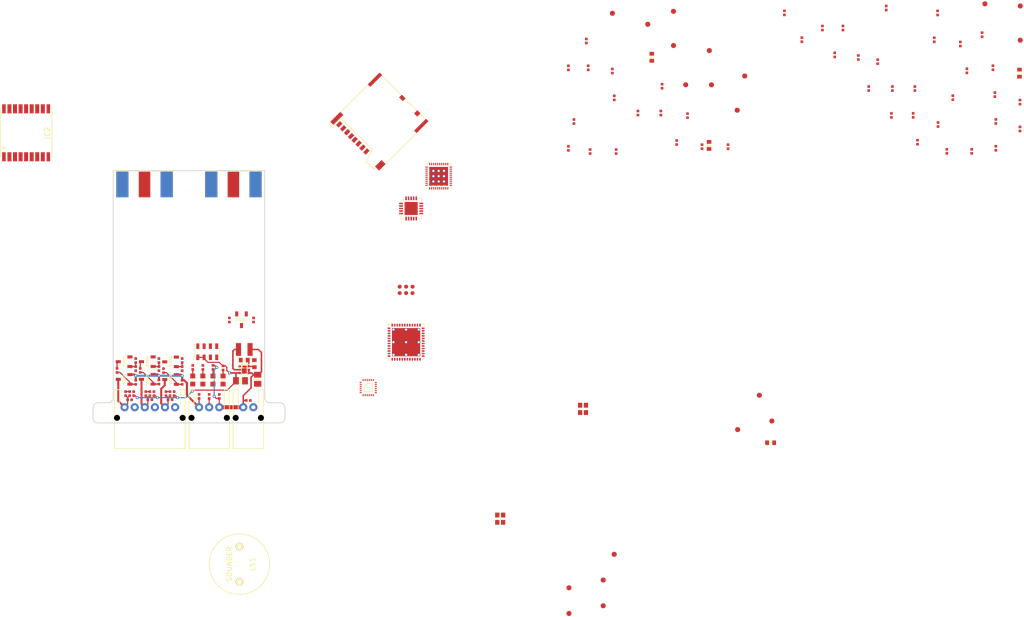
<source format=kicad_pcb>
(kicad_pcb (version 4) (host pcbnew 4.0.2-4+6225~38~ubuntu14.04.1-stable)
  (layers (0 F.Cu mixed) (1 In1.Cu signal) (2 In2.Cu signal) (31 B.Cu signal) (34 B.Paste user hide) (35 F.Paste user hide) (36 B.SilkS user) (37 F.SilkS user) (38 B.Mask user) (39 F.Mask user) (44 Edge.Cuts user))
  (net 0 "")
  (net 1 3v3)
  (net 2 GND)
  (net 3 /~RST)
  (net 4 VBATT)
  (net 5 /PYRO1_S)
  (net 6 /PYRO2_S)
  (net 7 /PYRO3_S)
  (net 8 "Net-(D1-Pad2)")
  (net 9 "Net-(D2-Pad2)")
  (net 10 "Net-(D3-Pad2)")
  (net 11 "Net-(D4-Pad2)")
  (net 12 /USART2_RX)
  (net 13 "Net-(FB1-Pad2)")
  (net 14 /USART2_TX)
  (net 15 "Net-(FB2-Pad2)")
  (net 16 "Net-(IC1-Pad3)")
  (net 17 "Net-(IC1-Pad5)")
  (net 18 /STAT_HBT)
  (net 19 /STAT_WRN)
  (net 20 /BEEPER)
  (net 21 /SPI4_MOSI)
  (net 22 /SDIO_CMD)
  (net 23 /SPI5_SCK)
  (net 24 /SPI5_NSS1)
  (net 25 /GPS_RST)
  (net 26 /nIRQ)
  (net 27 /SPI4_NSS1)
  (net 28 /SPI4_SCK)
  (net 29 /SD_CD)
  (net 30 /SDIO_CK)
  (net 31 /SDIO_D1)
  (net 32 /SDIO_D2)
  (net 33 /SPI5_MOSI)
  (net 34 /SPI4_MISO)
  (net 35 /SPI5_MISO)
  (net 36 /SWDIO)
  (net 37 /SWCLK)
  (net 38 /MPU_IRQ)
  (net 39 /PYRO1_F)
  (net 40 /SDIO_D0)
  (net 41 /SDIO_D3)
  (net 42 /PYRO2_F)
  (net 43 /PYRO3_F)
  (net 44 /I2C1_SCL)
  (net 45 /I2C1_SDA)
  (net 46 "Net-(IC5-Pad16)")
  (net 47 "Net-(IC5-Pad17)")
  (net 48 /PYRO1)
  (net 49 /PYRO_SO)
  (net 50 /PYRO2)
  (net 51 /PYRO3)
  (net 52 "Net-(LS1-Pad2)")
  (net 53 "Net-(P2-Pad1)")
  (net 54 "Net-(Q1-Pad1)")
  (net 55 "Net-(Q2-Pad1)")
  (net 56 "Net-(Q3-Pad1)")
  (net 57 "Net-(Q4-Pad1)")
  (net 58 "Net-(Q5-Pad1)")
  (net 59 "Net-(Q6-Pad1)")
  (net 60 "Net-(Q6-Pad3)")
  (net 61 "Net-(Q7-Pad1)")
  (net 62 "Net-(C21-Pad2)")
  (net 63 "Net-(C27-Pad1)")
  (net 64 "Net-(IC3-Pad6)")
  (net 65 "Net-(IC5-Pad7)")
  (net 66 "Net-(Q4-Pad3)")
  (net 67 "Net-(IC5-Pad19)")
  (net 68 "Net-(C15-Pad1)")
  (net 69 "Net-(C19-Pad2)")
  (net 70 "Net-(C22-Pad2)")
  (net 71 "Net-(C23-Pad2)")
  (net 72 "Net-(C24-Pad1)")
  (net 73 "Net-(C24-Pad2)")
  (net 74 "Net-(C25-Pad1)")
  (net 75 "Net-(C25-Pad2)")
  (net 76 "Net-(C28-Pad1)")
  (net 77 "Net-(IC2-Pad11)")
  (net 78 "Net-(IC2-Pad13)")
  (net 79 "Net-(IC2-Pad14)")
  (net 80 "Net-(IC2-Pad15)")
  (net 81 "Net-(IC2-Pad16)")
  (net 82 "Net-(IC2-Pad17)")
  (net 83 "Net-(IC2-Pad18)")
  (net 84 "Net-(IC2-Pad5)")
  (net 85 "Net-(IC2-Pad4)")
  (net 86 "Net-(IC3-Pad2)")
  (net 87 "Net-(IC3-Pad3)")
  (net 88 "Net-(IC3-Pad4)")
  (net 89 "Net-(IC3-Pad5)")
  (net 90 "Net-(IC3-Pad7)")
  (net 91 "Net-(IC3-Pad14)")
  (net 92 "Net-(IC3-Pad15)")
  (net 93 "Net-(IC3-Pad16)")
  (net 94 "Net-(IC3-Pad17)")
  (net 95 "Net-(IC3-Pad19)")
  (net 96 "Net-(IC3-Pad21)")
  (net 97 "Net-(IC4-Pad4)")
  (net 98 "Net-(IC4-Pad6)")
  (net 99 "Net-(IC5-Pad9)")
  (net 100 "Net-(IC5-Pad10)")
  (net 101 "Net-(IC5-Pad20)")
  (net 102 "Net-(IC6-Pad6)")
  (net 103 "Net-(P3-Pad6)")
  (net 104 "Net-(Q5-Pad3)")
  (net 105 "Net-(Q7-Pad3)")
  (net 106 "Net-(J3-Pad2)")
  (module agg:S02B-PASK-2 (layer F.Cu) (at 111.75 121.9 180)
    (fp_text reference J2)
    (fp_text value PWR)
    (pad "" np_thru_hole circle (at 2.5 -2.1 180) (size 1.2 1.2) (drill 1.2) (layers *.Mask))
    (pad "" np_thru_hole circle (at -2.5 -2.1 180) (size 1.2 1.2) (drill 1.2) (layers *.Mask))
    (pad 1 thru_hole circle (at 1 0 180) (size 1.6 1.6) (drill 0.8) (layers *.Cu *.Mask) (net 4 VBATT))
    (pad 2 thru_hole circle (at -1 0 180) (size 1.6 1.6) (drill 0.8) (layers *.Cu *.Mask) (net 2 GND))
  )
  (module agg:0402-L (layer F.Cu) (at 183.845476 55.255 270)
    (fp_text reference C1)
    (fp_text value 100nF)
    (pad 1 smd rect (at -0.4 0 270) (size 0.52 0.52) (layers F.Cu F.Paste F.Mask) (net 1 3v3))
    (pad 2 smd rect (at 0.4 0 270) (size 0.52 0.52) (layers F.Cu F.Paste F.Mask) (net 2 GND))
  )
  (module agg:0805 (layer F.Cu) (at 113.6 116.35 270)
    (fp_text reference C2)
    (fp_text value 10uF)
    (pad 1 smd rect (at -0.9 0 270) (size 1.15 1.45) (layers F.Cu F.Paste F.Mask) (net 4 VBATT))
    (pad 2 smd rect (at 0.9 0 270) (size 1.15 1.45) (layers F.Cu F.Paste F.Mask) (net 2 GND))
  )
  (module agg:0805 (layer F.Cu) (at 110.2 116.65)
    (fp_text reference C3)
    (fp_text value 10uF)
    (pad 1 smd rect (at -0.9 0) (size 1.15 1.45) (layers F.Cu F.Paste F.Mask) (net 1 3v3))
    (pad 2 smd rect (at 0.9 0) (size 1.15 1.45) (layers F.Cu F.Paste F.Mask) (net 2 GND))
  )
  (module agg:0402-L (layer F.Cu) (at 88.65 118.8)
    (fp_text reference C4)
    (fp_text value 100nF)
    (pad 1 smd rect (at -0.4 0) (size 0.52 0.52) (layers F.Cu F.Paste F.Mask) (net 5 /PYRO1_S))
    (pad 2 smd rect (at 0.4 0) (size 0.52 0.52) (layers F.Cu F.Paste F.Mask) (net 2 GND))
  )
  (module agg:0402-L (layer F.Cu) (at 92.65 118.8)
    (fp_text reference C5)
    (fp_text value 100nF)
    (pad 1 smd rect (at -0.4 0) (size 0.52 0.52) (layers F.Cu F.Paste F.Mask) (net 6 /PYRO2_S))
    (pad 2 smd rect (at 0.4 0) (size 0.52 0.52) (layers F.Cu F.Paste F.Mask) (net 2 GND))
  )
  (module agg:0402-L (layer F.Cu) (at 96.65 118.8)
    (fp_text reference C6)
    (fp_text value 100nF)
    (pad 1 smd rect (at -0.4 0) (size 0.52 0.52) (layers F.Cu F.Paste F.Mask) (net 7 /PYRO3_S))
    (pad 2 smd rect (at 0.4 0) (size 0.52 0.52) (layers F.Cu F.Paste F.Mask) (net 2 GND))
  )
  (module agg:0402-L (layer F.Cu) (at 193.453571 63.585 270)
    (fp_text reference C7)
    (fp_text value 4.7uF)
    (pad 1 smd rect (at -0.4 0 270) (size 0.52 0.52) (layers F.Cu F.Paste F.Mask) (net 1 3v3))
    (pad 2 smd rect (at 0.4 0 270) (size 0.52 0.52) (layers F.Cu F.Paste F.Mask) (net 2 GND))
  )
  (module agg:0402-L (layer F.Cu) (at 178.695476 49.305 270)
    (fp_text reference C8)
    (fp_text value 100nF)
    (pad 1 smd rect (at -0.4 0 270) (size 0.52 0.52) (layers F.Cu F.Paste F.Mask) (net 1 3v3))
    (pad 2 smd rect (at 0.4 0 270) (size 0.52 0.52) (layers F.Cu F.Paste F.Mask) (net 2 GND))
  )
  (module agg:0402-L (layer F.Cu) (at 201.605476 70.255 270)
    (fp_text reference C9)
    (fp_text value 100nF)
    (pad 1 smd rect (at -0.4 0 270) (size 0.52 0.52) (layers F.Cu F.Paste F.Mask) (net 1 3v3))
    (pad 2 smd rect (at 0.4 0 270) (size 0.52 0.52) (layers F.Cu F.Paste F.Mask) (net 2 GND))
  )
  (module agg:0402-L (layer F.Cu) (at 252.75807 49.895214 270)
    (fp_text reference C10)
    (fp_text value 100nF)
    (pad 1 smd rect (at -0.4 0 270) (size 0.52 0.52) (layers F.Cu F.Paste F.Mask) (net 1 3v3))
    (pad 2 smd rect (at 0.4 0 270) (size 0.52 0.52) (layers F.Cu F.Paste F.Mask) (net 2 GND))
  )
  (module agg:0402-L (layer F.Cu) (at 193.691666 58.265 270)
    (fp_text reference C11)
    (fp_text value 10nF)
    (pad 1 smd rect (at -0.4 0 270) (size 0.52 0.52) (layers F.Cu F.Paste F.Mask) (net 1 3v3))
    (pad 2 smd rect (at 0.4 0 270) (size 0.52 0.52) (layers F.Cu F.Paste F.Mask) (net 2 GND))
  )
  (module agg:0402-L (layer F.Cu) (at 206.765476 70.255 270)
    (fp_text reference C12)
    (fp_text value 100nF)
    (pad 1 smd rect (at -0.4 0 270) (size 0.52 0.52) (layers F.Cu F.Paste F.Mask) (net 1 3v3))
    (pad 2 smd rect (at 0.4 0 270) (size 0.52 0.52) (layers F.Cu F.Paste F.Mask) (net 2 GND))
  )
  (module agg:0402-L (layer F.Cu) (at 264.568069 61.415213 270)
    (fp_text reference C13)
    (fp_text value 100nF)
    (pad 1 smd rect (at -0.4 0 270) (size 0.52 0.52) (layers F.Cu F.Paste F.Mask) (net 1 3v3))
    (pad 2 smd rect (at 0.4 0 270) (size 0.52 0.52) (layers F.Cu F.Paste F.Mask) (net 2 GND))
  )
  (module agg:0402-L (layer F.Cu) (at 259.218069 54.605214 270)
    (fp_text reference C14)
    (fp_text value 100nF)
    (pad 1 smd rect (at -0.4 0 270) (size 0.52 0.52) (layers F.Cu F.Paste F.Mask) (net 1 3v3))
    (pad 2 smd rect (at 0.4 0 270) (size 0.52 0.52) (layers F.Cu F.Paste F.Mask) (net 2 GND))
  )
  (module agg:0402-L (layer F.Cu) (at 198.725476 64.105 270)
    (fp_text reference C15)
    (fp_text value 100nF)
    (pad 1 smd rect (at -0.4 0 270) (size 0.52 0.52) (layers F.Cu F.Paste F.Mask) (net 68 "Net-(C15-Pad1)"))
    (pad 2 smd rect (at 0.4 0 270) (size 0.52 0.52) (layers F.Cu F.Paste F.Mask) (net 2 GND))
  )
  (module agg:0603-L (layer F.Cu) (at 191.652619 52.53 270)
    (fp_text reference C16)
    (fp_text value 1uF)
    (pad 1 smd rect (at -0.7 0 270) (size 0.75 0.9) (layers F.Cu F.Paste F.Mask) (net 1 3v3))
    (pad 2 smd rect (at 0.7 0 270) (size 0.75 0.9) (layers F.Cu F.Paste F.Mask) (net 2 GND))
  )
  (module agg:0402-L (layer F.Cu) (at 227.878068 52.055215 270)
    (fp_text reference C17)
    (fp_text value 100nF)
    (pad 1 smd rect (at -0.4 0 270) (size 0.52 0.52) (layers F.Cu F.Paste F.Mask) (net 1 3v3))
    (pad 2 smd rect (at 0.4 0 270) (size 0.52 0.52) (layers F.Cu F.Paste F.Mask) (net 2 GND))
  )
  (module agg:0402-L (layer F.Cu) (at 243.418069 64.045214 270)
    (fp_text reference C18)
    (fp_text value 100nF)
    (pad 1 smd rect (at -0.4 0 270) (size 0.52 0.52) (layers F.Cu F.Paste F.Mask) (net 1 3v3))
    (pad 2 smd rect (at 0.4 0 270) (size 0.52 0.52) (layers F.Cu F.Paste F.Mask) (net 2 GND))
  )
  (module agg:0402-L (layer F.Cu) (at 243.756163 58.725215 270)
    (fp_text reference C19)
    (fp_text value 4.7uF)
    (pad 1 smd rect (at -0.4 0 270) (size 0.52 0.52) (layers F.Cu F.Paste F.Mask) (net 2 GND))
    (pad 2 smd rect (at 0.4 0 270) (size 0.52 0.52) (layers F.Cu F.Paste F.Mask) (net 69 "Net-(C19-Pad2)"))
  )
  (module agg:0402-L (layer F.Cu) (at 184.605476 71.214999 270)
    (fp_text reference C20)
    (fp_text value 100nF)
    (pad 1 smd rect (at -0.4 0 270) (size 0.52 0.52) (layers F.Cu F.Paste F.Mask) (net 3 /~RST))
    (pad 2 smd rect (at 0.4 0 270) (size 0.52 0.52) (layers F.Cu F.Paste F.Mask) (net 2 GND))
  )
  (module agg:0402-L (layer F.Cu) (at 229.515212 46.735214 270)
    (fp_text reference C21)
    (fp_text value 8pF)
    (pad 1 smd rect (at -0.4 0 270) (size 0.52 0.52) (layers F.Cu F.Paste F.Mask) (net 2 GND))
    (pad 2 smd rect (at 0.4 0 270) (size 0.52 0.52) (layers F.Cu F.Paste F.Mask) (net 62 "Net-(C21-Pad2)"))
  )
  (module agg:0402-L (layer F.Cu) (at 236.395212 53.405215 270)
    (fp_text reference C22)
    (fp_text value 8pF)
    (pad 1 smd rect (at -0.4 0 270) (size 0.52 0.52) (layers F.Cu F.Paste F.Mask) (net 2 GND))
    (pad 2 smd rect (at 0.4 0 270) (size 0.52 0.52) (layers F.Cu F.Paste F.Mask) (net 70 "Net-(C22-Pad2)"))
  )
  (module agg:0402-L (layer F.Cu) (at 248.346165 65.855215 270)
    (fp_text reference C23)
    (fp_text value 5.1pF)
    (pad 1 smd rect (at -0.4 0 270) (size 0.52 0.52) (layers F.Cu F.Paste F.Mask) (net 2 GND))
    (pad 2 smd rect (at 0.4 0 270) (size 0.52 0.52) (layers F.Cu F.Paste F.Mask) (net 71 "Net-(C23-Pad2)"))
  )
  (module agg:0402-L (layer F.Cu) (at 176.233571 65.265 270)
    (fp_text reference C24)
    (fp_text value 2.7pF)
    (pad 1 smd rect (at -0.4 0 270) (size 0.52 0.52) (layers F.Cu F.Paste F.Mask) (net 72 "Net-(C24-Pad1)"))
    (pad 2 smd rect (at 0.4 0 270) (size 0.52 0.52) (layers F.Cu F.Paste F.Mask) (net 73 "Net-(C24-Pad2)"))
  )
  (module agg:0402-L (layer F.Cu) (at 239.304259 58.725215 270)
    (fp_text reference C25)
    (fp_text value 18pF)
    (pad 1 smd rect (at -0.4 0 270) (size 0.52 0.52) (layers F.Cu F.Paste F.Mask) (net 74 "Net-(C25-Pad1)"))
    (pad 2 smd rect (at 0.4 0 270) (size 0.52 0.52) (layers F.Cu F.Paste F.Mask) (net 75 "Net-(C25-Pad2)"))
  )
  (module agg:0402-L (layer F.Cu) (at 225.446164 46.735215 270)
    (fp_text reference C26)
    (fp_text value 8.2pF)
    (pad 1 smd rect (at -0.4 0 270) (size 0.52 0.52) (layers F.Cu F.Paste F.Mask) (net 73 "Net-(C24-Pad2)"))
    (pad 2 smd rect (at 0.4 0 270) (size 0.52 0.52) (layers F.Cu F.Paste F.Mask) (net 2 GND))
  )
  (module agg:0402-L (layer F.Cu) (at 232.564259 52.575213 270)
    (fp_text reference C27)
    (fp_text value 15pF)
    (pad 1 smd rect (at -0.4 0 270) (size 0.52 0.52) (layers F.Cu F.Paste F.Mask) (net 63 "Net-(C27-Pad1)"))
    (pad 2 smd rect (at 0.4 0 270) (size 0.52 0.52) (layers F.Cu F.Paste F.Mask) (net 2 GND))
  )
  (module agg:0402-L (layer F.Cu) (at 250.086164 71.175215 270)
    (fp_text reference C28)
    (fp_text value 8.2pF)
    (pad 1 smd rect (at -0.4 0 270) (size 0.52 0.52) (layers F.Cu F.Paste F.Mask) (net 76 "Net-(C28-Pad1)"))
    (pad 2 smd rect (at 0.4 0 270) (size 0.52 0.52) (layers F.Cu F.Paste F.Mask) (net 2 GND))
  )
  (module agg:0402-L (layer F.Cu) (at 179.445476 71.214999 270)
    (fp_text reference C29)
    (fp_text value 100nF)
    (pad 1 smd rect (at -0.4 0 270) (size 0.52 0.52) (layers F.Cu F.Paste F.Mask) (net 1 3v3))
    (pad 2 smd rect (at 0.4 0 270) (size 0.52 0.52) (layers F.Cu F.Paste F.Mask) (net 2 GND))
  )
  (module agg:0402-L (layer F.Cu) (at 255.008069 71.175215 270)
    (fp_text reference C30)
    (fp_text value 100nF)
    (pad 1 smd rect (at -0.4 0 270) (size 0.52 0.52) (layers F.Cu F.Paste F.Mask) (net 1 3v3))
    (pad 2 smd rect (at 0.4 0 270) (size 0.52 0.52) (layers F.Cu F.Paste F.Mask) (net 2 GND))
  )
  (module agg:0402-L (layer F.Cu) (at 234.618068 58.725215 270)
    (fp_text reference C31)
    (fp_text value 100nF)
    (pad 1 smd rect (at -0.4 0 270) (size 0.52 0.52) (layers F.Cu F.Paste F.Mask) (net 1 3v3))
    (pad 2 smd rect (at 0.4 0 270) (size 0.52 0.52) (layers F.Cu F.Paste F.Mask) (net 2 GND))
  )
  (module agg:0603-L (layer F.Cu) (at 203 70 270)
    (fp_text reference C32)
    (fp_text value 2.2uF)
    (pad 1 smd rect (at -0.7 0 270) (size 0.75 0.9) (layers F.Cu F.Paste F.Mask) (net 1 3v3))
    (pad 2 smd rect (at 0.7 0 270) (size 0.75 0.9) (layers F.Cu F.Paste F.Mask) (net 2 GND))
  )
  (module agg:0603-L (layer F.Cu) (at 215.19 128.927381)
    (fp_text reference C33)
    (fp_text value 1uF)
    (pad 1 smd rect (at -0.7 0) (size 0.75 0.9) (layers F.Cu F.Paste F.Mask) (net 1 3v3))
    (pad 2 smd rect (at 0.7 0) (size 0.75 0.9) (layers F.Cu F.Paste F.Mask) (net 2 GND))
  )
  (module agg:0402-L (layer F.Cu) (at 248.258068 43.745215 270)
    (fp_text reference C34)
    (fp_text value 100nF)
    (pad 1 smd rect (at -0.4 0 270) (size 0.52 0.52) (layers F.Cu F.Paste F.Mask) (net 1 3v3))
    (pad 2 smd rect (at 0.4 0 270) (size 0.52 0.52) (layers F.Cu F.Paste F.Mask) (net 2 GND))
  )
  (module agg:0402-L (layer F.Cu) (at 264.568069 66.735213 270)
    (fp_text reference C35)
    (fp_text value 100pF)
    (pad 1 smd rect (at -0.4 0 270) (size 0.52 0.52) (layers F.Cu F.Paste F.Mask) (net 1 3v3))
    (pad 2 smd rect (at 0.4 0 270) (size 0.52 0.52) (layers F.Cu F.Paste F.Mask) (net 2 GND))
  )
  (module agg:0402-L (layer F.Cu) (at 247.59807 49.065215 270)
    (fp_text reference C36)
    (fp_text value 220pF)
    (pad 1 smd rect (at -0.4 0 270) (size 0.52 0.52) (layers F.Cu F.Paste F.Mask) (net 1 3v3))
    (pad 2 smd rect (at 0.4 0 270) (size 0.52 0.52) (layers F.Cu F.Paste F.Mask) (net 2 GND))
  )
  (module agg:0402-L (layer F.Cu) (at 254.058068 55.215215 270)
    (fp_text reference C37)
    (fp_text value 100nF)
    (pad 1 smd rect (at -0.4 0 270) (size 0.52 0.52) (layers F.Cu F.Paste F.Mask) (net 1 3v3))
    (pad 2 smd rect (at 0.4 0 270) (size 0.52 0.52) (layers F.Cu F.Paste F.Mask) (net 2 GND))
  )
  (module agg:0603-LED (layer F.Cu) (at 106.75 116.5 90)
    (fp_text reference D1)
    (fp_text value LED)
    (pad 1 smd rect (at -0.8 0 90) (size 0.95 1) (layers F.Cu F.Paste F.Mask) (net 2 GND))
    (pad 2 smd rect (at 0.8 0 90) (size 0.95 1) (layers F.Cu F.Paste F.Mask) (net 8 "Net-(D1-Pad2)"))
  )
  (module agg:0603-LED (layer F.Cu) (at 104.75 116.5 90)
    (fp_text reference D2)
    (fp_text value LED)
    (pad 1 smd rect (at -0.8 0 90) (size 0.95 1) (layers F.Cu F.Paste F.Mask) (net 2 GND))
    (pad 2 smd rect (at 0.8 0 90) (size 0.95 1) (layers F.Cu F.Paste F.Mask) (net 9 "Net-(D2-Pad2)"))
  )
  (module agg:0603-LED (layer F.Cu) (at 102.75 116.5 90)
    (fp_text reference D3)
    (fp_text value LED)
    (pad 1 smd rect (at -0.8 0 90) (size 0.95 1) (layers F.Cu F.Paste F.Mask) (net 2 GND))
    (pad 2 smd rect (at 0.8 0 90) (size 0.95 1) (layers F.Cu F.Paste F.Mask) (net 10 "Net-(D3-Pad2)"))
  )
  (module agg:0603-LED (layer F.Cu) (at 100.75 116.5 90)
    (fp_text reference D4)
    (fp_text value LED)
    (pad 1 smd rect (at -0.8 0 90) (size 0.95 1) (layers F.Cu F.Paste F.Mask) (net 2 GND))
    (pad 2 smd rect (at 0.8 0 90) (size 0.95 1) (layers F.Cu F.Paste F.Mask) (net 11 "Net-(D4-Pad2)"))
  )
  (module agg:0402-L (layer F.Cu) (at 196.588333 69.425 270)
    (fp_text reference FB1)
    (fp_text value 1.25R)
    (pad 1 smd rect (at -0.4 0 270) (size 0.52 0.52) (layers F.Cu F.Paste F.Mask) (net 12 /USART2_RX))
    (pad 2 smd rect (at 0.4 0 270) (size 0.52 0.52) (layers F.Cu F.Paste F.Mask) (net 13 "Net-(FB1-Pad2)"))
  )
  (module agg:0402-L (layer F.Cu) (at 238.080927 42.765216 270)
    (fp_text reference FB2)
    (fp_text value 1.25R)
    (pad 1 smd rect (at -0.4 0 270) (size 0.52 0.52) (layers F.Cu F.Paste F.Mask) (net 14 /USART2_TX))
    (pad 2 smd rect (at 0.4 0 270) (size 0.52 0.52) (layers F.Cu F.Paste F.Mask) (net 15 "Net-(FB2-Pad2)"))
  )
  (module agg:LFCSP-2x2 (layer F.Cu) (at 110.95 114.45 180)
    (fp_text reference IC1)
    (fp_text value ADP1607)
    (pad 7 smd rect (at 0 0 180) (size 1 1.6) (layers F.Cu F.Paste F.Mask) (net 2 GND))
    (pad 1 smd rect (at -0.9 -0.65 180) (size 0.5 0.4) (layers F.Cu F.Paste F.Mask) (net 4 VBATT))
    (pad 2 smd rect (at -0.9 0 180) (size 0.5 0.4) (layers F.Cu F.Paste F.Mask) (net 4 VBATT))
    (pad 3 smd rect (at -0.9 0.65 180) (size 0.5 0.4) (layers F.Cu F.Paste F.Mask) (net 16 "Net-(IC1-Pad3)"))
    (pad 4 smd rect (at 0.9 0.65 180) (size 0.5 0.4) (layers F.Cu F.Paste F.Mask) (net 2 GND))
    (pad 5 smd rect (at 0.9 0 180) (size 0.5 0.4) (layers F.Cu F.Paste F.Mask) (net 17 "Net-(IC1-Pad5)"))
    (pad 6 smd rect (at 0.9 -0.65 180) (size 0.5 0.4) (layers F.Cu F.Paste F.Mask) (net 1 3v3))
  )
  (module Library:MAX-7Q (layer F.Cu) (at 72.15 62.75 270)
    (fp_text reference IC2 (at 4.8 0.2 270) (layer F.SilkS))
    (fp_text value MAX-8Q hide)
    (pad 10 smd rect (at 0 0 270) (size 1.8 0.7) (layers F.Cu F.Paste F.Mask) (net 2 GND))
    (pad 11 smd rect (at 0 1.1 270) (size 1.8 0.8) (layers F.Cu F.Paste F.Mask) (net 77 "Net-(IC2-Pad11)"))
    (pad 12 smd rect (at 0 2.2 270) (size 1.8 0.8) (layers F.Cu F.Paste F.Mask) (net 2 GND))
    (pad 13 smd rect (at 0 3.3 270) (size 1.8 0.8) (layers F.Cu F.Paste F.Mask) (net 78 "Net-(IC2-Pad13)"))
    (pad 14 smd rect (at 0 4.4 270) (size 1.8 0.8) (layers F.Cu F.Paste F.Mask) (net 79 "Net-(IC2-Pad14)"))
    (pad 15 smd rect (at 0 5.5 270) (size 1.8 0.8) (layers F.Cu F.Paste F.Mask) (net 80 "Net-(IC2-Pad15)"))
    (pad 16 smd rect (at 0 6.6 270) (size 1.8 0.8) (layers F.Cu F.Paste F.Mask) (net 81 "Net-(IC2-Pad16)"))
    (pad 17 smd rect (at 0 7.7 270) (size 1.8 0.8) (layers F.Cu F.Paste F.Mask) (net 82 "Net-(IC2-Pad17)"))
    (pad 18 smd rect (at 0 8.8 270) (size 1.8 0.7) (layers F.Cu F.Paste F.Mask) (net 83 "Net-(IC2-Pad18)"))
    (pad 9 smd rect (at 9.5 0 270) (size 1.8 0.7) (layers F.Cu F.Paste F.Mask) (net 25 /GPS_RST))
    (pad 1 smd rect (at 9.5 8.8 270) (size 1.8 0.7) (layers F.Cu F.Paste F.Mask) (net 2 GND))
    (pad 8 smd rect (at 9.5 1.1 270) (size 1.8 0.8) (layers F.Cu F.Paste F.Mask) (net 1 3v3))
    (pad 7 smd rect (at 9.5 2.2 270) (size 1.8 0.8) (layers F.Cu F.Paste F.Mask) (net 1 3v3))
    (pad 6 smd rect (at 9.5 3.3 270) (size 1.8 0.8) (layers F.Cu F.Paste F.Mask) (net 1 3v3))
    (pad 5 smd rect (at 9.5 4.4 270) (size 1.8 0.8) (layers F.Cu F.Paste F.Mask) (net 84 "Net-(IC2-Pad5)"))
    (pad 4 smd rect (at 9.5 5.5 270) (size 1.8 0.8) (layers F.Cu F.Paste F.Mask) (net 85 "Net-(IC2-Pad4)"))
    (pad 3 smd rect (at 9.5 6.6 270) (size 1.8 0.8) (layers F.Cu F.Paste F.Mask) (net 15 "Net-(FB2-Pad2)"))
    (pad 2 smd rect (at 9.5 7.7 270) (size 1.8 0.8) (layers F.Cu F.Paste F.Mask) (net 13 "Net-(FB1-Pad2)"))
  )
  (module agg:QFN-24-MPU9250 (layer F.Cu) (at 135.5 118)
    (fp_text reference IC3)
    (fp_text value MPU-9250)
    (pad 1 smd rect (at -1.5 -1) (size 0.4 0.2) (layers F.Cu F.Paste F.Mask) (net 1 3v3))
    (pad 2 smd rect (at -1.5 -0.6) (size 0.4 0.2) (layers F.Cu F.Paste F.Mask) (net 86 "Net-(IC3-Pad2)"))
    (pad 3 smd rect (at -1.5 -0.2) (size 0.4 0.2) (layers F.Cu F.Paste F.Mask) (net 87 "Net-(IC3-Pad3)"))
    (pad 4 smd rect (at -1.5 0.2) (size 0.4 0.2) (layers F.Cu F.Paste F.Mask) (net 88 "Net-(IC3-Pad4)"))
    (pad 5 smd rect (at -1.5 0.6) (size 0.4 0.2) (layers F.Cu F.Paste F.Mask) (net 89 "Net-(IC3-Pad5)"))
    (pad 6 smd rect (at -1.5 1) (size 0.4 0.2) (layers F.Cu F.Paste F.Mask) (net 64 "Net-(IC3-Pad6)"))
    (pad 7 smd rect (at -1 1.5) (size 0.2 0.4) (layers F.Cu F.Paste F.Mask) (net 90 "Net-(IC3-Pad7)"))
    (pad 8 smd rect (at -0.6 1.5) (size 0.2 0.4) (layers F.Cu F.Paste F.Mask) (net 1 3v3))
    (pad 9 smd rect (at -0.2 1.5) (size 0.2 0.4) (layers F.Cu F.Paste F.Mask) (net 35 /SPI5_MISO))
    (pad 10 smd rect (at 0.2 1.5) (size 0.2 0.4) (layers F.Cu F.Paste F.Mask) (net 68 "Net-(C15-Pad1)"))
    (pad 11 smd rect (at 0.6 1.5) (size 0.2 0.4) (layers F.Cu F.Paste F.Mask) (net 2 GND))
    (pad 12 smd rect (at 1 1.5) (size 0.2 0.4) (layers F.Cu F.Paste F.Mask) (net 38 /MPU_IRQ))
    (pad 13 smd rect (at 1.5 1) (size 0.4 0.2) (layers F.Cu F.Paste F.Mask) (net 1 3v3))
    (pad 14 smd rect (at 1.5 0.6) (size 0.4 0.2) (layers F.Cu F.Paste F.Mask) (net 91 "Net-(IC3-Pad14)"))
    (pad 15 smd rect (at 1.5 0.2) (size 0.4 0.2) (layers F.Cu F.Paste F.Mask) (net 92 "Net-(IC3-Pad15)"))
    (pad 16 smd rect (at 1.5 -0.2) (size 0.4 0.2) (layers F.Cu F.Paste F.Mask) (net 93 "Net-(IC3-Pad16)"))
    (pad 17 smd rect (at 1.5 -0.6) (size 0.4 0.2) (layers F.Cu F.Paste F.Mask) (net 94 "Net-(IC3-Pad17)"))
    (pad 18 smd rect (at 1.5 -1) (size 0.4 0.2) (layers F.Cu F.Paste F.Mask) (net 2 GND))
    (pad 19 smd rect (at 1 -1.5) (size 0.2 0.4) (layers F.Cu F.Paste F.Mask) (net 95 "Net-(IC3-Pad19)"))
    (pad 20 smd rect (at 0.6 -1.5) (size 0.2 0.4) (layers F.Cu F.Paste F.Mask) (net 2 GND))
    (pad 21 smd rect (at 0.2 -1.5) (size 0.2 0.4) (layers F.Cu F.Paste F.Mask) (net 96 "Net-(IC3-Pad21)"))
    (pad 22 smd rect (at -0.2 -1.5) (size 0.2 0.4) (layers F.Cu F.Paste F.Mask) (net 24 /SPI5_NSS1))
    (pad 23 smd rect (at -0.6 -1.5) (size 0.2 0.4) (layers F.Cu F.Paste F.Mask) (net 23 /SPI5_SCK))
    (pad 24 smd rect (at -1 -1.5) (size 0.2 0.4) (layers F.Cu F.Paste F.Mask) (net 33 /SPI5_MOSI))
  )
  (module agg:QFN-48-EP-ST (layer F.Cu) (at 143 109 180)
    (fp_text reference IC4)
    (fp_text value STM32F411CxUx)
    (pad 1 smd rect (at -3.375 -2.75 180) (size 0.55 0.3) (layers F.Cu F.Paste F.Mask) (net 1 3v3))
    (pad 2 smd rect (at -3.375 -2.25 180) (size 0.55 0.3) (layers F.Cu F.Paste F.Mask) (net 19 /STAT_WRN))
    (pad 3 smd rect (at -3.375 -1.75 180) (size 0.55 0.3) (layers F.Cu F.Paste F.Mask) (net 18 /STAT_HBT))
    (pad 4 smd rect (at -3.375 -1.25 180) (size 0.55 0.3) (layers F.Cu F.Paste F.Mask) (net 97 "Net-(IC4-Pad4)"))
    (pad 5 smd rect (at -3.375 -0.75 180) (size 0.55 0.3) (layers F.Cu F.Paste F.Mask) (net 62 "Net-(C21-Pad2)"))
    (pad 6 smd rect (at -3.375 -0.25 180) (size 0.55 0.3) (layers F.Cu F.Paste F.Mask) (net 98 "Net-(IC4-Pad6)"))
    (pad 7 smd rect (at -3.375 0.25 180) (size 0.55 0.3) (layers F.Cu F.Paste F.Mask) (net 3 /~RST))
    (pad 8 smd rect (at -3.375 0.75 180) (size 0.55 0.3) (layers F.Cu F.Paste F.Mask) (net 2 GND))
    (pad 9 smd rect (at -3.375 1.25 180) (size 0.55 0.3) (layers F.Cu F.Paste F.Mask) (net 1 3v3))
    (pad 10 smd rect (at -3.375 1.75 180) (size 0.55 0.3) (layers F.Cu F.Paste F.Mask) (net 20 /BEEPER))
    (pad 11 smd rect (at -3.375 2.25 180) (size 0.55 0.3) (layers F.Cu F.Paste F.Mask) (net 21 /SPI4_MOSI))
    (pad 12 smd rect (at -3.375 2.75 180) (size 0.55 0.3) (layers F.Cu F.Paste F.Mask) (net 14 /USART2_TX))
    (pad 13 smd rect (at -2.75 3.375 180) (size 0.3 0.55) (layers F.Cu F.Paste F.Mask) (net 12 /USART2_RX))
    (pad 14 smd rect (at -2.25 3.375 180) (size 0.3 0.55) (layers F.Cu F.Paste F.Mask) (net 5 /PYRO1_S))
    (pad 15 smd rect (at -1.75 3.375 180) (size 0.3 0.55) (layers F.Cu F.Paste F.Mask) (net 6 /PYRO2_S))
    (pad 16 smd rect (at -1.25 3.375 180) (size 0.3 0.55) (layers F.Cu F.Paste F.Mask) (net 22 /SDIO_CMD))
    (pad 17 smd rect (at -0.75 3.375 180) (size 0.3 0.55) (layers F.Cu F.Paste F.Mask) (net 7 /PYRO3_S))
    (pad 18 smd rect (at -0.25 3.375 180) (size 0.3 0.55) (layers F.Cu F.Paste F.Mask) (net 23 /SPI5_SCK))
    (pad 19 smd rect (at 0.25 3.375 180) (size 0.3 0.55) (layers F.Cu F.Paste F.Mask) (net 24 /SPI5_NSS1))
    (pad 20 smd rect (at 0.75 3.375 180) (size 0.3 0.55) (layers F.Cu F.Paste F.Mask) (net 25 /GPS_RST))
    (pad 21 smd rect (at 1.25 3.375 180) (size 0.3 0.55) (layers F.Cu F.Paste F.Mask) (net 26 /nIRQ))
    (pad 22 smd rect (at 1.75 3.375 180) (size 0.3 0.55) (layers F.Cu F.Paste F.Mask) (net 69 "Net-(C19-Pad2)"))
    (pad 23 smd rect (at 2.25 3.375 180) (size 0.3 0.55) (layers F.Cu F.Paste F.Mask) (net 2 GND))
    (pad 24 smd rect (at 2.75 3.375 180) (size 0.3 0.55) (layers F.Cu F.Paste F.Mask) (net 1 3v3))
    (pad 25 smd rect (at 3.375 2.75 180) (size 0.55 0.3) (layers F.Cu F.Paste F.Mask) (net 27 /SPI4_NSS1))
    (pad 26 smd rect (at 3.375 2.25 180) (size 0.55 0.3) (layers F.Cu F.Paste F.Mask) (net 28 /SPI4_SCK))
    (pad 27 smd rect (at 3.375 1.75 180) (size 0.55 0.3) (layers F.Cu F.Paste F.Mask) (net 29 /SD_CD))
    (pad 28 smd rect (at 3.375 1.25 180) (size 0.55 0.3) (layers F.Cu F.Paste F.Mask) (net 30 /SDIO_CK))
    (pad 29 smd rect (at 3.375 0.75 180) (size 0.55 0.3) (layers F.Cu F.Paste F.Mask) (net 31 /SDIO_D1))
    (pad 30 smd rect (at 3.375 0.25 180) (size 0.55 0.3) (layers F.Cu F.Paste F.Mask) (net 32 /SDIO_D2))
    (pad 31 smd rect (at 3.375 -0.25 180) (size 0.55 0.3) (layers F.Cu F.Paste F.Mask) (net 33 /SPI5_MOSI))
    (pad 32 smd rect (at 3.375 -0.75 180) (size 0.55 0.3) (layers F.Cu F.Paste F.Mask) (net 34 /SPI4_MISO))
    (pad 33 smd rect (at 3.375 -1.25 180) (size 0.55 0.3) (layers F.Cu F.Paste F.Mask) (net 35 /SPI5_MISO))
    (pad 34 smd rect (at 3.375 -1.75 180) (size 0.55 0.3) (layers F.Cu F.Paste F.Mask) (net 36 /SWDIO))
    (pad 35 smd rect (at 3.375 -2.25 180) (size 0.55 0.3) (layers F.Cu F.Paste F.Mask) (net 2 GND))
    (pad 36 smd rect (at 3.375 -2.75 180) (size 0.55 0.3) (layers F.Cu F.Paste F.Mask) (net 1 3v3))
    (pad 37 smd rect (at 2.75 -3.375 180) (size 0.3 0.55) (layers F.Cu F.Paste F.Mask) (net 37 /SWCLK))
    (pad 38 smd rect (at 2.25 -3.375 180) (size 0.3 0.55) (layers F.Cu F.Paste F.Mask) (net 38 /MPU_IRQ))
    (pad 39 smd rect (at 1.75 -3.375 180) (size 0.3 0.55) (layers F.Cu F.Paste F.Mask) (net 39 /PYRO1_F))
    (pad 40 smd rect (at 1.25 -3.375 180) (size 0.3 0.55) (layers F.Cu F.Paste F.Mask) (net 40 /SDIO_D0))
    (pad 41 smd rect (at 0.75 -3.375 180) (size 0.3 0.55) (layers F.Cu F.Paste F.Mask) (net 41 /SDIO_D3))
    (pad 42 smd rect (at 0.25 -3.375 180) (size 0.3 0.55) (layers F.Cu F.Paste F.Mask) (net 42 /PYRO2_F))
    (pad 43 smd rect (at -0.25 -3.375 180) (size 0.3 0.55) (layers F.Cu F.Paste F.Mask) (net 43 /PYRO3_F))
    (pad 44 smd rect (at -0.75 -3.375 180) (size 0.3 0.55) (layers F.Cu F.Paste F.Mask) (net 2 GND))
    (pad 45 smd rect (at -1.25 -3.375 180) (size 0.3 0.55) (layers F.Cu F.Paste F.Mask) (net 44 /I2C1_SCL))
    (pad 46 smd rect (at -1.75 -3.375 180) (size 0.3 0.55) (layers F.Cu F.Paste F.Mask) (net 45 /I2C1_SDA))
    (pad 47 smd rect (at -2.25 -3.375 180) (size 0.3 0.55) (layers F.Cu F.Paste F.Mask) (net 2 GND))
    (pad 48 smd rect (at -2.75 -3.375 180) (size 0.3 0.55) (layers F.Cu F.Paste F.Mask) (net 1 3v3))
    (pad EP smd rect (at -1.25 -1.25 180) (size 2 2) (layers F.Cu F.Mask) (net 2 GND))
    (pad EP smd rect (at -1.25 1.25 180) (size 2 2) (layers F.Cu F.Mask) (net 2 GND))
    (pad EP smd rect (at 1.25 -1.25 180) (size 2 2) (layers F.Cu F.Mask) (net 2 GND))
    (pad EP smd rect (at 1.25 1.25 180) (size 2 2) (layers F.Cu F.Mask) (net 2 GND))
    (pad EP smd rect (at -1.25 -1.25 180) (size 1 1) (layers F.Cu F.Paste) (net 2 GND))
    (pad EP smd rect (at -1.25 1.25 180) (size 1 1) (layers F.Cu F.Paste) (net 2 GND))
    (pad EP smd rect (at 1.25 -1.25 180) (size 1 1) (layers F.Cu F.Paste) (net 2 GND))
    (pad EP smd rect (at 1.25 1.25 180) (size 1 1) (layers F.Cu F.Paste) (net 2 GND))
    (pad EP thru_hole circle (at -2.5 -2.5 180) (size 0.6 0.6) (drill 0.4) (layers *.Cu) (net 2 GND))
    (pad EP thru_hole circle (at -2.5 0 180) (size 0.6 0.6) (drill 0.4) (layers *.Cu) (net 2 GND))
    (pad EP thru_hole circle (at -2.5 2.5 180) (size 0.6 0.6) (drill 0.4) (layers *.Cu) (net 2 GND))
    (pad EP thru_hole circle (at 0 -2.5 180) (size 0.6 0.6) (drill 0.4) (layers *.Cu) (net 2 GND))
    (pad EP thru_hole circle (at 0 0 180) (size 0.6 0.6) (drill 0.4) (layers *.Cu) (net 2 GND))
    (pad EP thru_hole circle (at 0 2.5 180) (size 0.6 0.6) (drill 0.4) (layers *.Cu) (net 2 GND))
    (pad EP thru_hole circle (at 2.5 -2.5 180) (size 0.6 0.6) (drill 0.4) (layers *.Cu) (net 2 GND))
    (pad EP thru_hole circle (at 2.5 0 180) (size 0.6 0.6) (drill 0.4) (layers *.Cu) (net 2 GND))
    (pad EP thru_hole circle (at 2.5 2.5 180) (size 0.6 0.6) (drill 0.4) (layers *.Cu) (net 2 GND))
    (pad EP smd rect (at 0 0 180) (size 5.6 5.6) (layers F.Cu) (net 2 GND))
  )
  (module agg:QFN-20-EP-SI (layer F.Cu) (at 144 82.5)
    (fp_text reference IC5)
    (fp_text value Si4460)
    (pad 1 smd rect (at -2 -1) (size 0.75 0.3) (layers F.Cu F.Paste F.Mask) (net 2 GND))
    (pad 2 smd rect (at -2 -0.5) (size 0.75 0.3) (layers F.Cu F.Paste F.Mask) (net 71 "Net-(C23-Pad2)"))
    (pad 3 smd rect (at -2 0) (size 0.75 0.3) (layers F.Cu F.Paste F.Mask) (net 72 "Net-(C24-Pad1)"))
    (pad 4 smd rect (at -2 0.5) (size 0.75 0.3) (layers F.Cu F.Paste F.Mask) (net 74 "Net-(C25-Pad1)"))
    (pad 5 smd rect (at -2 1) (size 0.75 0.3) (layers F.Cu F.Paste F.Mask) (net 2 GND))
    (pad 6 smd rect (at -1 2) (size 0.3 0.75) (layers F.Cu F.Paste F.Mask) (net 1 3v3))
    (pad 7 smd rect (at -0.5 2) (size 0.3 0.75) (layers F.Cu F.Paste F.Mask) (net 65 "Net-(IC5-Pad7)"))
    (pad 8 smd rect (at 0 2) (size 0.3 0.75) (layers F.Cu F.Paste F.Mask) (net 1 3v3))
    (pad 9 smd rect (at 0.5 2) (size 0.3 0.75) (layers F.Cu F.Paste F.Mask) (net 99 "Net-(IC5-Pad9)"))
    (pad 10 smd rect (at 1 2) (size 0.3 0.75) (layers F.Cu F.Paste F.Mask) (net 100 "Net-(IC5-Pad10)"))
    (pad 11 smd rect (at 2 1) (size 0.75 0.3) (layers F.Cu F.Paste F.Mask) (net 26 /nIRQ))
    (pad 12 smd rect (at 2 0.5) (size 0.75 0.3) (layers F.Cu F.Paste F.Mask) (net 28 /SPI4_SCK))
    (pad 13 smd rect (at 2 0) (size 0.75 0.3) (layers F.Cu F.Paste F.Mask) (net 34 /SPI4_MISO))
    (pad 14 smd rect (at 2 -0.5) (size 0.75 0.3) (layers F.Cu F.Paste F.Mask) (net 21 /SPI4_MOSI))
    (pad 15 smd rect (at 2 -1) (size 0.75 0.3) (layers F.Cu F.Paste F.Mask) (net 27 /SPI4_NSS1))
    (pad 16 smd rect (at 1 -2) (size 0.3 0.75) (layers F.Cu F.Paste F.Mask) (net 46 "Net-(IC5-Pad16)"))
    (pad 17 smd rect (at 0.5 -2) (size 0.3 0.75) (layers F.Cu F.Paste F.Mask) (net 47 "Net-(IC5-Pad17)"))
    (pad 18 smd rect (at 0 -2) (size 0.3 0.75) (layers F.Cu F.Paste F.Mask) (net 2 GND))
    (pad 19 smd rect (at -0.5 -2) (size 0.3 0.75) (layers F.Cu F.Paste F.Mask) (net 67 "Net-(IC5-Pad19)"))
    (pad 20 smd rect (at -1 -2) (size 0.3 0.75) (layers F.Cu F.Paste F.Mask) (net 101 "Net-(IC5-Pad20)"))
    (pad EP smd rect (at -0.65 -0.65) (size 1.1 1.1) (layers F.Cu F.Paste) (net 2 GND))
    (pad EP smd rect (at -0.65 0.65) (size 1.1 1.1) (layers F.Cu F.Paste) (net 2 GND))
    (pad EP smd rect (at 0.65 -0.65) (size 1.1 1.1) (layers F.Cu F.Paste) (net 2 GND))
    (pad EP smd rect (at 0.65 0.65) (size 1.1 1.1) (layers F.Cu F.Paste) (net 2 GND))
    (pad EP smd rect (at 0 0) (size 2.6 2.6) (layers F.Cu F.Mask) (net 2 GND))
  )
  (module agg:MS5611 (layer F.Cu) (at 103.625 110.9 90)
    (fp_text reference IC6)
    (fp_text value MS5611-01BA03)
    (pad 1 smd rect (at -1.1 -1.875 90) (size 1.1 0.6) (layers F.Cu F.Paste F.Mask) (net 1 3v3))
    (pad 2 smd rect (at -1.1 -0.625 90) (size 1.1 0.6) (layers F.Cu F.Paste F.Mask) (net 1 3v3))
    (pad 3 smd rect (at -1.1 0.625 90) (size 1.1 0.6) (layers F.Cu F.Paste F.Mask) (net 2 GND))
    (pad 4 smd rect (at -1.1 1.875 90) (size 1.1 0.6) (layers F.Cu F.Paste F.Mask) (net 2 GND))
    (pad 5 smd rect (at 1.1 1.875 90) (size 1.1 0.6) (layers F.Cu F.Paste F.Mask) (net 2 GND))
    (pad 6 smd rect (at 1.1 0.625 90) (size 1.1 0.6) (layers F.Cu F.Paste F.Mask) (net 102 "Net-(IC6-Pad6)"))
    (pad 7 smd rect (at 1.1 -0.625 90) (size 1.1 0.6) (layers F.Cu F.Paste F.Mask) (net 45 /I2C1_SDA))
    (pad 8 smd rect (at 1.1 -1.875 90) (size 1.1 0.6) (layers F.Cu F.Paste F.Mask) (net 44 /I2C1_SCL))
  )
  (module agg:S06B-PASK-2 (layer F.Cu) (at 92.25 121.9 180)
    (fp_text reference J1)
    (fp_text value PYRO)
    (pad "" np_thru_hole circle (at 6.5 -2.1 180) (size 1.2 1.2) (drill 1.2) (layers *.Mask))
    (pad "" np_thru_hole circle (at -6.5 -2.1 180) (size 1.2 1.2) (drill 1.2) (layers *.Mask))
    (pad 1 thru_hole circle (at 5 0 180) (size 1.6 1.6) (drill 0.8) (layers *.Cu *.Mask) (net 48 /PYRO1))
    (pad 2 thru_hole circle (at 3 0 180) (size 1.6 1.6) (drill 0.8) (layers *.Cu *.Mask) (net 2 GND))
    (pad 3 thru_hole circle (at 1 0 180) (size 1.6 1.6) (drill 0.8) (layers *.Cu *.Mask) (net 50 /PYRO2))
    (pad 4 thru_hole circle (at -1 0 180) (size 1.6 1.6) (drill 0.8) (layers *.Cu *.Mask) (net 2 GND))
    (pad 5 thru_hole circle (at -3 0 180) (size 1.6 1.6) (drill 0.8) (layers *.Cu *.Mask) (net 51 /PYRO3))
    (pad 6 thru_hole circle (at -5 0 180) (size 1.6 1.6) (drill 0.8) (layers *.Cu *.Mask) (net 2 GND))
  )
  (module Inductors_NEOSID:Neosid_Inductor_SM-NE29_SMD1008 (layer F.Cu) (at 110.95 110.45 180)
    (fp_text reference L1 (at -0.20066 -3.2004 180) (layer F.SilkS))
    (fp_text value 2.2uH)
    (pad 2 smd rect (at 1.14554 0 180) (size 1.02108 2.54) (layers F.Cu F.Paste F.Mask) (net 17 "Net-(IC1-Pad5)"))
    (pad 1 smd rect (at -1.14554 0 180) (size 1.02108 2.54) (layers F.Cu F.Paste F.Mask) (net 4 VBATT))
  )
  (module agg:0402-L (layer F.Cu) (at 188.906428 63.585 270)
    (fp_text reference L2)
    (fp_text value 56nH)
    (pad 1 smd rect (at -0.4 0 270) (size 0.52 0.52) (layers F.Cu F.Paste F.Mask) (net 72 "Net-(C24-Pad1)"))
    (pad 2 smd rect (at 0.4 0 270) (size 0.52 0.52) (layers F.Cu F.Paste F.Mask) (net 71 "Net-(C23-Pad2)"))
  )
  (module agg:0402-L (layer F.Cu) (at 259.78902 65.245215 270)
    (fp_text reference L3)
    (fp_text value 56nH)
    (pad 1 smd rect (at -0.4 0 270) (size 0.52 0.52) (layers F.Cu F.Paste F.Mask) (net 71 "Net-(C23-Pad2)"))
    (pad 2 smd rect (at 0.4 0 270) (size 0.52 0.52) (layers F.Cu F.Paste F.Mask) (net 73 "Net-(C24-Pad2)"))
  )
  (module agg:0402-L (layer F.Cu) (at 184.226428 60.575 270)
    (fp_text reference L4)
    (fp_text value 18nH)
    (pad 1 smd rect (at -0.4 0 270) (size 0.52 0.52) (layers F.Cu F.Paste F.Mask) (net 73 "Net-(C24-Pad2)"))
    (pad 2 smd rect (at 0.4 0 270) (size 0.52 0.52) (layers F.Cu F.Paste F.Mask) (net 63 "Net-(C27-Pad1)"))
  )
  (module agg:0402-L (layer F.Cu) (at 179.066428 54.624999 270)
    (fp_text reference L5)
    (fp_text value 18nH)
    (pad 1 smd rect (at -0.4 0 270) (size 0.52 0.52) (layers F.Cu F.Paste F.Mask) (net 63 "Net-(C27-Pad1)"))
    (pad 2 smd rect (at 0.4 0 270) (size 0.52 0.52) (layers F.Cu F.Paste F.Mask) (net 76 "Net-(C28-Pad1)"))
  )
  (module agg:0402-L (layer F.Cu) (at 259.599021 59.925214 270)
    (fp_text reference L6)
    (fp_text value 56nH)
    (pad 1 smd rect (at -0.4 0 270) (size 0.52 0.52) (layers F.Cu F.Paste F.Mask) (net 75 "Net-(C25-Pad2)"))
    (pad 2 smd rect (at 0.4 0 270) (size 0.52 0.52) (layers F.Cu F.Paste F.Mask) (net 73 "Net-(C24-Pad2)"))
  )
  (module agg:0603-L (layer F.Cu) (at 264.472832 55.680215 270)
    (fp_text reference L7)
    (fp_text value 220nH)
    (pad 1 smd rect (at -0.7 0 270) (size 0.75 0.9) (layers F.Cu F.Paste F.Mask) (net 74 "Net-(C25-Pad1)"))
    (pad 2 smd rect (at 0.7 0 270) (size 0.75 0.9) (layers F.Cu F.Paste F.Mask) (net 1 3v3))
  )
  (module Library:ABI-042-RC (layer F.Cu) (at 110 153 90)
    (fp_text reference LS1 (at 0 2.6 90) (layer F.SilkS))
    (fp_text value SOUNDER (at 0 -2 90) (layer F.SilkS))
    (pad 1 thru_hole circle (at -3.5 0 90) (size 1.5 1.5) (drill 0.8) (layers *.Cu *.Mask F.SilkS) (net 1 3v3))
    (pad 2 thru_hole circle (at 3.5 0 90) (size 1.5 1.5) (drill 0.8) (layers *.Cu *.Mask F.SilkS) (net 52 "Net-(LS1-Pad2)"))
  )
  (module Library:SMA-142-0701-801 (layer F.Cu) (at 91.2 77.75)
    (fp_text reference P1 hide)
    (fp_text value SMA hide)
    (pad 1 smd rect (at 0 0) (size 2.286 5.08) (layers F.Cu F.Mask) (net 77 "Net-(IC2-Pad11)"))
    (pad 2 smd rect (at -4.3815 0) (size 2.413 5.08) (layers F.Cu F.Mask) (net 2 GND))
    (pad 3 smd rect (at 4.3815 0) (size 2.413 5.08) (layers F.Cu F.Mask) (net 2 GND))
    (pad 4 smd rect (at -4.3815 0) (size 2.413 5.08) (layers B.Cu B.Mask) (net 2 GND))
    (pad 5 smd rect (at 4.3815 0) (size 2.413 5.08) (layers B.Cu B.Mask) (net 2 GND))
  )
  (module Library:SMA-142-0701-801 (layer F.Cu) (at 108.8 77.75)
    (fp_text reference P2 hide)
    (fp_text value SMA hide)
    (pad 1 smd rect (at 0 0) (size 2.286 5.08) (layers F.Cu F.Mask) (net 53 "Net-(P2-Pad1)"))
    (pad 2 smd rect (at -4.3815 0) (size 2.413 5.08) (layers F.Cu F.Mask) (net 2 GND))
    (pad 3 smd rect (at 4.3815 0) (size 2.413 5.08) (layers F.Cu F.Mask) (net 2 GND))
    (pad 4 smd rect (at -4.3815 0) (size 2.413 5.08) (layers B.Cu B.Mask) (net 2 GND))
    (pad 5 smd rect (at 4.3815 0) (size 2.413 5.08) (layers B.Cu B.Mask) (net 2 GND))
  )
  (module agg:TC2030-NL (layer F.Cu) (at 143 98.63)
    (fp_text reference P3)
    (fp_text value SWD_TC)
    (pad 1 smd circle (at -1.27 0.64) (size 0.787 0.787) (layers F.Cu F.Mask) (net 1 3v3))
    (pad 2 smd circle (at -1.27 -0.63) (size 0.787 0.787) (layers F.Cu F.Mask) (net 36 /SWDIO))
    (pad 3 smd circle (at 0 0.64) (size 0.787 0.787) (layers F.Cu F.Mask) (net 3 /~RST))
    (pad 4 smd circle (at 0 -0.63) (size 0.787 0.787) (layers F.Cu F.Mask) (net 37 /SWCLK))
    (pad 5 smd circle (at 1.27 0.64) (size 0.787 0.787) (layers F.Cu F.Mask) (net 2 GND))
    (pad 6 smd circle (at 1.27 -0.63) (size 0.787 0.787) (layers F.Cu F.Mask) (net 103 "Net-(P3-Pad6)"))
    (pad "" np_thru_hole circle (at -2.54 0.005) (size 1 1) (drill 1) (layers *.Cu *.Mask F.SilkS))
    (pad "" np_thru_hole circle (at 2.54 1.021) (size 1 1) (drill 1) (layers *.Cu *.Mask F.SilkS))
    (pad "" np_thru_hole circle (at 2.54 -1.011) (size 1 1) (drill 1) (layers *.Cu *.Mask F.SilkS))
  )
  (module agg:SOT-23 (layer F.Cu) (at 87.15 116.37 180)
    (fp_text reference Q1)
    (fp_text value PFET)
    (pad 1 smd rect (at -1.15 -0.95 180) (size 1 0.6) (layers F.Cu F.Paste F.Mask) (net 54 "Net-(Q1-Pad1)"))
    (pad 2 smd rect (at -1.15 0.95 180) (size 1 0.6) (layers F.Cu F.Paste F.Mask) (net 49 /PYRO_SO))
    (pad 3 smd rect (at 1.15 0 180) (size 1 0.6) (layers F.Cu F.Paste F.Mask) (net 48 /PYRO1))
  )
  (module agg:SOT-23 (layer F.Cu) (at 91.75 116.35 180)
    (fp_text reference Q2)
    (fp_text value PFET)
    (pad 1 smd rect (at -1.15 -0.95 180) (size 1 0.6) (layers F.Cu F.Paste F.Mask) (net 55 "Net-(Q2-Pad1)"))
    (pad 2 smd rect (at -1.15 0.95 180) (size 1 0.6) (layers F.Cu F.Paste F.Mask) (net 49 /PYRO_SO))
    (pad 3 smd rect (at 1.15 0 180) (size 1 0.6) (layers F.Cu F.Paste F.Mask) (net 50 /PYRO2))
  )
  (module agg:SOT-23 (layer F.Cu) (at 96.35 116.4 180)
    (fp_text reference Q3)
    (fp_text value PFET)
    (pad 1 smd rect (at -1.15 -0.95 180) (size 1 0.6) (layers F.Cu F.Paste F.Mask) (net 56 "Net-(Q3-Pad1)"))
    (pad 2 smd rect (at -1.15 0.95 180) (size 1 0.6) (layers F.Cu F.Paste F.Mask) (net 49 /PYRO_SO))
    (pad 3 smd rect (at 1.15 0 180) (size 1 0.6) (layers F.Cu F.Paste F.Mask) (net 51 /PYRO3))
  )
  (module agg:SOT-23 (layer F.Cu) (at 87.15 112.87 180)
    (fp_text reference Q4)
    (fp_text value NFET)
    (pad 1 smd rect (at -1.15 -0.95 180) (size 1 0.6) (layers F.Cu F.Paste F.Mask) (net 57 "Net-(Q4-Pad1)"))
    (pad 2 smd rect (at -1.15 0.95 180) (size 1 0.6) (layers F.Cu F.Paste F.Mask) (net 2 GND))
    (pad 3 smd rect (at 1.15 0 180) (size 1 0.6) (layers F.Cu F.Paste F.Mask) (net 66 "Net-(Q4-Pad3)"))
  )
  (module agg:SOT-23 (layer F.Cu) (at 91.75 112.87 180)
    (fp_text reference Q5)
    (fp_text value NFET)
    (pad 1 smd rect (at -1.15 -0.95 180) (size 1 0.6) (layers F.Cu F.Paste F.Mask) (net 58 "Net-(Q5-Pad1)"))
    (pad 2 smd rect (at -1.15 0.95 180) (size 1 0.6) (layers F.Cu F.Paste F.Mask) (net 2 GND))
    (pad 3 smd rect (at 1.15 0 180) (size 1 0.6) (layers F.Cu F.Paste F.Mask) (net 104 "Net-(Q5-Pad3)"))
  )
  (module agg:SOT-23 (layer F.Cu) (at 96.35 112.9 180)
    (fp_text reference Q6)
    (fp_text value NFET)
    (pad 1 smd rect (at -1.15 -0.95 180) (size 1 0.6) (layers F.Cu F.Paste F.Mask) (net 59 "Net-(Q6-Pad1)"))
    (pad 2 smd rect (at -1.15 0.95 180) (size 1 0.6) (layers F.Cu F.Paste F.Mask) (net 2 GND))
    (pad 3 smd rect (at 1.15 0 180) (size 1 0.6) (layers F.Cu F.Paste F.Mask) (net 60 "Net-(Q6-Pad3)"))
  )
  (module agg:SOT-23 (layer F.Cu) (at 110.4 104.55 270)
    (fp_text reference Q7)
    (fp_text value NFET)
    (pad 1 smd rect (at -1.15 -0.95 270) (size 1 0.6) (layers F.Cu F.Paste F.Mask) (net 61 "Net-(Q7-Pad1)"))
    (pad 2 smd rect (at -1.15 0.95 270) (size 1 0.6) (layers F.Cu F.Paste F.Mask) (net 2 GND))
    (pad 3 smd rect (at 1.15 0 270) (size 1 0.6) (layers F.Cu F.Paste F.Mask) (net 105 "Net-(Q7-Pad3)"))
  )
  (module agg:0402-L (layer F.Cu) (at 89.45 116.95 270)
    (fp_text reference R1)
    (fp_text value 10k)
    (pad 1 smd rect (at -0.4 0 270) (size 0.52 0.52) (layers F.Cu F.Paste F.Mask) (net 49 /PYRO_SO))
    (pad 2 smd rect (at 0.4 0 270) (size 0.52 0.52) (layers F.Cu F.Paste F.Mask) (net 54 "Net-(Q1-Pad1)"))
  )
  (module agg:0402-L (layer F.Cu) (at 94.05 116.9 270)
    (fp_text reference R2)
    (fp_text value 10k)
    (pad 1 smd rect (at -0.4 0 270) (size 0.52 0.52) (layers F.Cu F.Paste F.Mask) (net 49 /PYRO_SO))
    (pad 2 smd rect (at 0.4 0 270) (size 0.52 0.52) (layers F.Cu F.Paste F.Mask) (net 55 "Net-(Q2-Pad1)"))
  )
  (module agg:0402-L (layer F.Cu) (at 98.65 116.95 270)
    (fp_text reference R3)
    (fp_text value 10k)
    (pad 1 smd rect (at -0.4 0 270) (size 0.52 0.52) (layers F.Cu F.Paste F.Mask) (net 49 /PYRO_SO))
    (pad 2 smd rect (at 0.4 0 270) (size 0.52 0.52) (layers F.Cu F.Paste F.Mask) (net 56 "Net-(Q3-Pad1)"))
  )
  (module agg:0402-L (layer F.Cu) (at 85.75 114.6 270)
    (fp_text reference R4)
    (fp_text value 100R)
    (pad 1 smd rect (at -0.4 0 270) (size 0.52 0.52) (layers F.Cu F.Paste F.Mask) (net 66 "Net-(Q4-Pad3)"))
    (pad 2 smd rect (at 0.4 0 270) (size 0.52 0.52) (layers F.Cu F.Paste F.Mask) (net 54 "Net-(Q1-Pad1)"))
  )
  (module agg:0402-L (layer F.Cu) (at 90.35 114.6 270)
    (fp_text reference R5)
    (fp_text value 100R)
    (pad 1 smd rect (at -0.4 0 270) (size 0.52 0.52) (layers F.Cu F.Paste F.Mask) (net 104 "Net-(Q5-Pad3)"))
    (pad 2 smd rect (at 0.4 0 270) (size 0.52 0.52) (layers F.Cu F.Paste F.Mask) (net 55 "Net-(Q2-Pad1)"))
  )
  (module agg:0402-L (layer F.Cu) (at 94.95 114.65 270)
    (fp_text reference R6)
    (fp_text value 100R)
    (pad 1 smd rect (at -0.4 0 270) (size 0.52 0.52) (layers F.Cu F.Paste F.Mask) (net 60 "Net-(Q6-Pad3)"))
    (pad 2 smd rect (at 0.4 0 270) (size 0.52 0.52) (layers F.Cu F.Paste F.Mask) (net 56 "Net-(Q3-Pad1)"))
  )
  (module agg:0603-L (layer F.Cu) (at 112.95 113.25 90)
    (fp_text reference R7)
    (fp_text value 330k)
    (pad 1 smd rect (at -0.7 0 90) (size 0.75 0.9) (layers F.Cu F.Paste F.Mask) (net 16 "Net-(IC1-Pad3)"))
    (pad 2 smd rect (at 0.7 0 90) (size 0.75 0.9) (layers F.Cu F.Paste F.Mask) (net 1 3v3))
  )
  (module agg:0402-L (layer F.Cu) (at 89.45 112.65 270)
    (fp_text reference R8)
    (fp_text value 100R)
    (pad 1 smd rect (at -0.4 0 270) (size 0.52 0.52) (layers F.Cu F.Paste F.Mask) (net 39 /PYRO1_F))
    (pad 2 smd rect (at 0.4 0 270) (size 0.52 0.52) (layers F.Cu F.Paste F.Mask) (net 57 "Net-(Q4-Pad1)"))
  )
  (module agg:0402-L (layer F.Cu) (at 94.05 112.65 270)
    (fp_text reference R9)
    (fp_text value 100R)
    (pad 1 smd rect (at -0.4 0 270) (size 0.52 0.52) (layers F.Cu F.Paste F.Mask) (net 42 /PYRO2_F))
    (pad 2 smd rect (at 0.4 0 270) (size 0.52 0.52) (layers F.Cu F.Paste F.Mask) (net 58 "Net-(Q5-Pad1)"))
  )
  (module agg:0402-L (layer F.Cu) (at 98.65 112.65 270)
    (fp_text reference R10)
    (fp_text value 100R)
    (pad 1 smd rect (at -0.4 0 270) (size 0.52 0.52) (layers F.Cu F.Paste F.Mask) (net 43 /PYRO3_F))
    (pad 2 smd rect (at 0.4 0 270) (size 0.52 0.52) (layers F.Cu F.Paste F.Mask) (net 59 "Net-(Q6-Pad1)"))
  )
  (module agg:0603-L (layer F.Cu) (at 110.95 112.55 180)
    (fp_text reference R11)
    (fp_text value 243k)
    (pad 1 smd rect (at -0.7 0 180) (size 0.75 0.9) (layers F.Cu F.Paste F.Mask) (net 16 "Net-(IC1-Pad3)"))
    (pad 2 smd rect (at 0.7 0 180) (size 0.75 0.9) (layers F.Cu F.Paste F.Mask) (net 2 GND))
  )
  (module agg:0402-L (layer F.Cu) (at 89.45 114.25 270)
    (fp_text reference R12)
    (fp_text value 10k)
    (pad 1 smd rect (at -0.4 0 270) (size 0.52 0.52) (layers F.Cu F.Paste F.Mask) (net 57 "Net-(Q4-Pad1)"))
    (pad 2 smd rect (at 0.4 0 270) (size 0.52 0.52) (layers F.Cu F.Paste F.Mask) (net 2 GND))
  )
  (module agg:0402-L (layer F.Cu) (at 94.05 114.25 270)
    (fp_text reference R13)
    (fp_text value 10k)
    (pad 1 smd rect (at -0.4 0 270) (size 0.52 0.52) (layers F.Cu F.Paste F.Mask) (net 58 "Net-(Q5-Pad1)"))
    (pad 2 smd rect (at 0.4 0 270) (size 0.52 0.52) (layers F.Cu F.Paste F.Mask) (net 2 GND))
  )
  (module agg:0402-L (layer F.Cu) (at 98.65 114.25 270)
    (fp_text reference R14)
    (fp_text value 10k)
    (pad 1 smd rect (at -0.4 0 270) (size 0.52 0.52) (layers F.Cu F.Paste F.Mask) (net 59 "Net-(Q6-Pad1)"))
    (pad 2 smd rect (at 0.4 0 270) (size 0.52 0.52) (layers F.Cu F.Paste F.Mask) (net 2 GND))
  )
  (module agg:0402-L (layer F.Cu) (at 88.65 119.6 180)
    (fp_text reference R15)
    (fp_text value 10k)
    (pad 1 smd rect (at -0.4 0 180) (size 0.52 0.52) (layers F.Cu F.Paste F.Mask) (net 1 3v3))
    (pad 2 smd rect (at 0.4 0 180) (size 0.52 0.52) (layers F.Cu F.Paste F.Mask) (net 48 /PYRO1))
  )
  (module agg:0402-L (layer F.Cu) (at 92.65 119.6 180)
    (fp_text reference R16)
    (fp_text value 10k)
    (pad 1 smd rect (at -0.4 0 180) (size 0.52 0.52) (layers F.Cu F.Paste F.Mask) (net 1 3v3))
    (pad 2 smd rect (at 0.4 0 180) (size 0.52 0.52) (layers F.Cu F.Paste F.Mask) (net 50 /PYRO2))
  )
  (module agg:0402-L (layer F.Cu) (at 96.65 119.6 180)
    (fp_text reference R17)
    (fp_text value 10k)
    (pad 1 smd rect (at -0.4 0 180) (size 0.52 0.52) (layers F.Cu F.Paste F.Mask) (net 1 3v3))
    (pad 2 smd rect (at 0.4 0 180) (size 0.52 0.52) (layers F.Cu F.Paste F.Mask) (net 51 /PYRO3))
  )
  (module agg:0402-L (layer F.Cu) (at 87.45 119.2 270)
    (fp_text reference R18)
    (fp_text value 10k)
    (pad 1 smd rect (at -0.4 0 270) (size 0.52 0.52) (layers F.Cu F.Paste F.Mask) (net 5 /PYRO1_S))
    (pad 2 smd rect (at 0.4 0 270) (size 0.52 0.52) (layers F.Cu F.Paste F.Mask) (net 48 /PYRO1))
  )
  (module agg:0402-L (layer F.Cu) (at 91.45 119.2 270)
    (fp_text reference R19)
    (fp_text value 10k)
    (pad 1 smd rect (at -0.4 0 270) (size 0.52 0.52) (layers F.Cu F.Paste F.Mask) (net 6 /PYRO2_S))
    (pad 2 smd rect (at 0.4 0 270) (size 0.52 0.52) (layers F.Cu F.Paste F.Mask) (net 50 /PYRO2))
  )
  (module agg:0402-L (layer F.Cu) (at 95.45 119.2 270)
    (fp_text reference R20)
    (fp_text value 10k)
    (pad 1 smd rect (at -0.4 0 270) (size 0.52 0.52) (layers F.Cu F.Paste F.Mask) (net 7 /PYRO3_S))
    (pad 2 smd rect (at 0.4 0 270) (size 0.52 0.52) (layers F.Cu F.Paste F.Mask) (net 51 /PYRO3))
  )
  (module agg:0402-L (layer F.Cu) (at 106.75 114.1 270)
    (fp_text reference R21)
    (fp_text value 1k)
    (pad 1 smd rect (at -0.4 0 270) (size 0.52 0.52) (layers F.Cu F.Paste F.Mask) (net 1 3v3))
    (pad 2 smd rect (at 0.4 0 270) (size 0.52 0.52) (layers F.Cu F.Paste F.Mask) (net 8 "Net-(D1-Pad2)"))
  )
  (module agg:0402-L (layer F.Cu) (at 104.75 114 270)
    (fp_text reference R22)
    (fp_text value 1k)
    (pad 1 smd rect (at -0.4 0 270) (size 0.52 0.52) (layers F.Cu F.Paste F.Mask) (net 4 VBATT))
    (pad 2 smd rect (at 0.4 0 270) (size 0.52 0.52) (layers F.Cu F.Paste F.Mask) (net 9 "Net-(D2-Pad2)"))
  )
  (module agg:0402-L (layer F.Cu) (at 102.75 114 270)
    (fp_text reference R23)
    (fp_text value 1k)
    (pad 1 smd rect (at -0.4 0 270) (size 0.52 0.52) (layers F.Cu F.Paste F.Mask) (net 18 /STAT_HBT))
    (pad 2 smd rect (at 0.4 0 270) (size 0.52 0.52) (layers F.Cu F.Paste F.Mask) (net 10 "Net-(D3-Pad2)"))
  )
  (module agg:0402-L (layer F.Cu) (at 100.75 114 270)
    (fp_text reference R24)
    (fp_text value 1k)
    (pad 1 smd rect (at -0.4 0 270) (size 0.52 0.52) (layers F.Cu F.Paste F.Mask) (net 19 /STAT_WRN))
    (pad 2 smd rect (at 0.4 0 270) (size 0.52 0.52) (layers F.Cu F.Paste F.Mask) (net 11 "Net-(D4-Pad2)"))
  )
  (module agg:0402-L (layer F.Cu) (at 104 119.75 90)
    (fp_text reference R25)
    (fp_text value 1k)
    (pad 1 smd rect (at -0.4 0 90) (size 0.52 0.52) (layers F.Cu F.Paste F.Mask) (net 106 "Net-(J3-Pad2)"))
    (pad 2 smd rect (at 0.4 0 90) (size 0.52 0.52) (layers F.Cu F.Paste F.Mask) (net 2 GND))
  )
  (module agg:0402-L (layer F.Cu) (at 259.789021 70.565216 270)
    (fp_text reference R26)
    (fp_text value 100R)
    (pad 1 smd rect (at -0.4 0 270) (size 0.52 0.52) (layers F.Cu F.Paste F.Mask) (net 70 "Net-(C22-Pad2)"))
    (pad 2 smd rect (at 0.4 0 270) (size 0.52 0.52) (layers F.Cu F.Paste F.Mask) (net 98 "Net-(IC4-Pad6)"))
  )
  (module agg:0402-L (layer F.Cu) (at 175.142619 54.624999 270)
    (fp_text reference R27)
    (fp_text value 47K)
    (pad 1 smd rect (at -0.4 0 270) (size 0.52 0.52) (layers F.Cu F.Paste F.Mask) (net 40 /SDIO_D0))
    (pad 2 smd rect (at 0.4 0 270) (size 0.52 0.52) (layers F.Cu F.Paste F.Mask) (net 1 3v3))
  )
  (module agg:0402-L (layer F.Cu) (at 251.275211 60.535215 270)
    (fp_text reference R28)
    (fp_text value 47K)
    (pad 1 smd rect (at -0.4 0 270) (size 0.52 0.52) (layers F.Cu F.Paste F.Mask) (net 31 /SDIO_D1))
    (pad 2 smd rect (at 0.4 0 270) (size 0.52 0.52) (layers F.Cu F.Paste F.Mask) (net 1 3v3))
  )
  (module agg:0402-L (layer F.Cu) (at 257.065212 48.055214 270)
    (fp_text reference R29)
    (fp_text value 47K)
    (pad 1 smd rect (at -0.4 0 270) (size 0.52 0.52) (layers F.Cu F.Paste F.Mask) (net 32 /SDIO_D2))
    (pad 2 smd rect (at 0.4 0 270) (size 0.52 0.52) (layers F.Cu F.Paste F.Mask) (net 1 3v3))
  )
  (module agg:0402-L (layer F.Cu) (at 244.275212 69.365215 270)
    (fp_text reference R30)
    (fp_text value 47K)
    (pad 1 smd rect (at -0.4 0 270) (size 0.52 0.52) (layers F.Cu F.Paste F.Mask) (net 41 /SDIO_D3))
    (pad 2 smd rect (at 0.4 0 270) (size 0.52 0.52) (layers F.Cu F.Paste F.Mask) (net 1 3v3))
  )
  (module agg:0402-L (layer F.Cu) (at 239.115212 64.045215 270)
    (fp_text reference R31)
    (fp_text value 47K)
    (pad 1 smd rect (at -0.4 0 270) (size 0.52 0.52) (layers F.Cu F.Paste F.Mask) (net 22 /SDIO_CMD))
    (pad 2 smd rect (at 0.4 0 270) (size 0.52 0.52) (layers F.Cu F.Paste F.Mask) (net 1 3v3))
  )
  (module agg:0402-L (layer F.Cu) (at 217.925211 43.725215 270)
    (fp_text reference R32)
    (fp_text value 0R)
    (pad 1 smd rect (at -0.4 0 270) (size 0.52 0.52) (layers F.Cu F.Paste F.Mask) (net 76 "Net-(C28-Pad1)"))
    (pad 2 smd rect (at 0.4 0 270) (size 0.52 0.52) (layers F.Cu F.Paste F.Mask) (net 53 "Net-(P2-Pad1)"))
  )
  (module agg:0402-L (layer F.Cu) (at 112.8 104.6 90)
    (fp_text reference R33)
    (fp_text value 100R)
    (pad 1 smd rect (at -0.4 0 90) (size 0.52 0.52) (layers F.Cu F.Paste F.Mask) (net 52 "Net-(LS1-Pad2)"))
    (pad 2 smd rect (at 0.4 0 90) (size 0.52 0.52) (layers F.Cu F.Paste F.Mask) (net 105 "Net-(Q7-Pad3)"))
  )
  (module agg:0402-L (layer F.Cu) (at 108 104.6 270)
    (fp_text reference R34)
    (fp_text value 100R)
    (pad 1 smd rect (at -0.4 0 270) (size 0.52 0.52) (layers F.Cu F.Paste F.Mask) (net 20 /BEEPER))
    (pad 2 smd rect (at 0.4 0 270) (size 0.52 0.52) (layers F.Cu F.Paste F.Mask) (net 61 "Net-(Q7-Pad1)"))
  )
  (module agg:0402-L (layer F.Cu) (at 175.142619 70.585001 270)
    (fp_text reference R35)
    (fp_text value 10k)
    (pad 1 smd rect (at -0.4 0 270) (size 0.52 0.52) (layers F.Cu F.Paste F.Mask) (net 1 3v3))
    (pad 2 smd rect (at 0.4 0 270) (size 0.52 0.52) (layers F.Cu F.Paste F.Mask) (net 44 /I2C1_SCL))
  )
  (module agg:0402-L (layer F.Cu) (at 221.375211 49.045215 270)
    (fp_text reference R36)
    (fp_text value 10k)
    (pad 1 smd rect (at -0.4 0 270) (size 0.52 0.52) (layers F.Cu F.Paste F.Mask) (net 1 3v3))
    (pad 2 smd rect (at 0.4 0 270) (size 0.52 0.52) (layers F.Cu F.Paste F.Mask) (net 45 /I2C1_SDA))
  )
  (module agg:TESTPAD (layer F.Cu) (at 198.375 57.984048 270)
    (fp_text reference TP1 hide)
    (fp_text value TESTPAD hide)
    (pad 1 smd circle (at 0 0 270) (size 1 1) (layers F.Cu F.Mask) (net 20 /BEEPER))
  )
  (module agg:TESTPAD (layer F.Cu) (at 183.855 43.814048 270)
    (fp_text reference TP2 hide)
    (fp_text value TESTPAD hide)
    (pad 1 smd circle (at 0 0 270) (size 1 1) (layers F.Cu F.Mask) (net 21 /SPI4_MOSI))
  )
  (module agg:TESTPAD (layer F.Cu) (at 208.654048 126.325)
    (fp_text reference TP3 hide)
    (fp_text value TESTPAD hide)
    (pad 1 smd circle (at 0 0) (size 1 1) (layers F.Cu F.Mask) (net 14 /USART2_TX))
  )
  (module agg:TESTPAD (layer F.Cu) (at 175.254048 162.775)
    (fp_text reference TP4 hide)
    (fp_text value TESTPAD hide)
    (pad 1 smd circle (at 0 0) (size 1 1) (layers F.Cu F.Mask) (net 12 /USART2_RX))
  )
  (module agg:TESTPAD (layer F.Cu) (at 203.475 57.984048 270)
    (fp_text reference TP5 hide)
    (fp_text value TESTPAD hide)
    (pad 1 smd circle (at 0 0 270) (size 1 1) (layers F.Cu F.Mask) (net 5 /PYRO1_S))
  )
  (module agg:TESTPAD (layer F.Cu) (at 208.575 63.024048 270)
    (fp_text reference TP6 hide)
    (fp_text value TESTPAD hide)
    (pad 1 smd circle (at 0 0 270) (size 1 1) (layers F.Cu F.Mask) (net 6 /PYRO2_S))
  )
  (module agg:TESTPAD (layer F.Cu) (at 264.627592 49.144263 270)
    (fp_text reference TP7 hide)
    (fp_text value TESTPAD hide)
    (pad 1 smd circle (at 0 0 270) (size 1 1) (layers F.Cu F.Mask) (net 7 /PYRO3_S))
  )
  (module agg:TESTPAD (layer F.Cu) (at 182.034048 161.245)
    (fp_text reference TP8 hide)
    (fp_text value TESTPAD hide)
    (pad 1 smd circle (at 0 0) (size 1 1) (layers F.Cu F.Mask) (net 33 /SPI5_MOSI))
  )
  (module agg:TESTPAD (layer F.Cu) (at 195.955 50.204048 270)
    (fp_text reference TP9 hide)
    (fp_text value TESTPAD hide)
    (pad 1 smd circle (at 0 0 270) (size 1 1) (layers F.Cu F.Mask) (net 34 /SPI4_MISO))
  )
  (module agg:TESTPAD (layer F.Cu) (at 257.627594 41.934263 270)
    (fp_text reference TP10 hide)
    (fp_text value TESTPAD hide)
    (pad 1 smd circle (at 0 0 270) (size 1 1) (layers F.Cu F.Mask) (net 35 /SPI5_MISO))
  )
  (module agg:TESTPAD (layer F.Cu) (at 182.034048 156.145)
    (fp_text reference TP11 hide)
    (fp_text value TESTPAD hide)
    (pad 1 smd circle (at 0 0) (size 1 1) (layers F.Cu F.Mask) (net 23 /SPI5_SCK))
  )
  (module agg:TESTPAD (layer F.Cu) (at 212.964048 119.525)
    (fp_text reference TP12 hide)
    (fp_text value TESTPAD hide)
    (pad 1 smd circle (at 0 0) (size 1 1) (layers F.Cu F.Mask) (net 24 /SPI5_NSS1))
  )
  (module agg:TESTPAD (layer F.Cu) (at 195.955 43.424048 270)
    (fp_text reference TP13 hide)
    (fp_text value TESTPAD hide)
    (pad 1 smd circle (at 0 0 270) (size 1 1) (layers F.Cu F.Mask) (net 39 /PYRO1_F))
  )
  (module agg:TESTPAD (layer F.Cu) (at 210.055 56.244048 270)
    (fp_text reference TP14 hide)
    (fp_text value TESTPAD hide)
    (pad 1 smd circle (at 0 0 270) (size 1 1) (layers F.Cu F.Mask) (net 42 /PYRO2_F))
  )
  (module agg:TESTPAD (layer F.Cu) (at 184.214048 151.045)
    (fp_text reference TP15 hide)
    (fp_text value TESTPAD hide)
    (pad 1 smd circle (at 0 0) (size 1 1) (layers F.Cu F.Mask) (net 43 /PYRO3_F))
  )
  (module agg:TESTPAD (layer F.Cu) (at 175.254048 157.675)
    (fp_text reference TP16 hide)
    (fp_text value TESTPAD hide)
    (pad 1 smd circle (at 0 0) (size 1 1) (layers F.Cu F.Mask) (net 44 /I2C1_SCL))
  )
  (module agg:TESTPAD (layer F.Cu) (at 203.055 51.204048 270)
    (fp_text reference TP17 hide)
    (fp_text value TESTPAD hide)
    (pad 1 smd circle (at 0 0 270) (size 1 1) (layers F.Cu F.Mask) (net 45 /I2C1_SDA))
  )
  (module agg:TESTPAD (layer F.Cu) (at 264.627592 42.364263 270)
    (fp_text reference TP18 hide)
    (fp_text value TESTPAD hide)
    (pad 1 smd circle (at 0 0 270) (size 1 1) (layers F.Cu F.Mask) (net 26 /nIRQ))
  )
  (module agg:TESTPAD (layer F.Cu) (at 190.855 45.994048 270)
    (fp_text reference TP19 hide)
    (fp_text value TESTPAD hide)
    (pad 1 smd circle (at 0 0 270) (size 1 1) (layers F.Cu F.Mask) (net 27 /SPI4_NSS1))
  )
  (module agg:TESTPAD (layer F.Cu) (at 215.434048 124.625)
    (fp_text reference TP20 hide)
    (fp_text value TESTPAD hide)
    (pad 1 smd circle (at 0 0) (size 1 1) (layers F.Cu F.Mask) (net 28 /SPI4_SCK))
  )
  (module agg:MICROSD_MOLEX_503398-1892 (layer F.Cu) (at 135.35 67.6 135)
    (fp_text reference U1)
    (fp_text value MICROSD)
    (pad 1 smd rect (at -2.4 -2.7 135) (size 0.7 1.1) (layers F.Cu F.Paste F.Mask) (net 32 /SDIO_D2))
    (pad 2 smd rect (at -1.3 -2.7 135) (size 0.7 1.1) (layers F.Cu F.Paste F.Mask) (net 41 /SDIO_D3))
    (pad 3 smd rect (at -0.2 -2.7 135) (size 0.7 1.1) (layers F.Cu F.Paste F.Mask) (net 22 /SDIO_CMD))
    (pad 4 smd rect (at 0.9 -2.7 135) (size 0.7 1.1) (layers F.Cu F.Paste F.Mask) (net 1 3v3))
    (pad 5 smd rect (at 1.9 -2.7 135) (size 0.7 1.1) (layers F.Cu F.Paste F.Mask) (net 30 /SDIO_CK))
    (pad 6 smd rect (at 3 -2.7 135) (size 0.7 1.1) (layers F.Cu F.Paste F.Mask) (net 2 GND))
    (pad 7 smd rect (at 4.1 -2.7 135) (size 0.7 1.1) (layers F.Cu F.Paste F.Mask) (net 40 /SDIO_D0))
    (pad 8 smd rect (at 5.2 -2.7 135) (size 0.7 1.1) (layers F.Cu F.Paste F.Mask) (net 31 /SDIO_D1))
    (pad 9 smd rect (at -6.28 -2.685 135) (size 1.14 1.83) (layers F.Cu F.Paste F.Mask) (net 2 GND))
    (pad 9 smd rect (at 6.38 -2.2 135) (size 0.86 2.8) (layers F.Cu F.Paste F.Mask) (net 2 GND))
    (pad 9 smd rect (at 6.46 8.565 135) (size 0.7 3.33) (layers F.Cu F.Paste F.Mask) (net 2 GND))
    (pad 9 smd rect (at -6.5 8.565 135) (size 0.7 3.33) (layers F.Cu F.Paste F.Mask) (net 2 GND))
    (pad 10 smd rect (at -4.19 9.765 135) (size 0.9 0.93) (layers F.Cu F.Paste F.Mask) (net 2 GND))
    (pad 11 smd rect (at 0.075 9.84 135) (size 1.05 0.78) (layers F.Cu F.Paste F.Mask) (net 29 /SD_CD))
  )
  (module agg:XTAL-20x16 (layer F.Cu) (at 161.637381 143.985)
    (fp_text reference Y1)
    (fp_text value 26MHz)
    (pad 1 smd rect (at -0.575 -0.725 270) (size 0.95 0.85) (layers F.Cu F.Paste F.Mask) (net 62 "Net-(C21-Pad2)"))
    (pad 2 smd rect (at -0.575 0.725 270) (size 0.95 0.85) (layers F.Cu F.Paste F.Mask) (net 2 GND))
    (pad 3 smd rect (at 0.575 0.725 270) (size 0.95 0.85) (layers F.Cu F.Paste F.Mask) (net 70 "Net-(C22-Pad2)"))
    (pad 4 smd rect (at 0.575 -0.725 270) (size 0.95 0.85) (layers F.Cu F.Paste F.Mask) (net 2 GND))
  )
  (module agg:XTAL-20x16 (layer F.Cu) (at 178.037381 122.225)
    (fp_text reference Y2)
    (fp_text value 30MHz)
    (pad 1 smd rect (at -0.575 -0.725 270) (size 0.95 0.85) (layers F.Cu F.Paste F.Mask) (net 46 "Net-(IC5-Pad16)"))
    (pad 2 smd rect (at -0.575 0.725 270) (size 0.95 0.85) (layers F.Cu F.Paste F.Mask) (net 2 GND))
    (pad 3 smd rect (at 0.575 0.725 270) (size 0.95 0.85) (layers F.Cu F.Paste F.Mask) (net 47 "Net-(IC5-Pad17)"))
    (pad 4 smd rect (at 0.575 -0.725 270) (size 0.95 0.85) (layers F.Cu F.Paste F.Mask) (net 2 GND))
  )
  (module Mounting_Holes:MountingHole_2.2mm_M2_ISO14580 (layer F.Cu) (at 100 78)
    (fp_text reference REF** hide)
    (fp_text value MountingHole_2.2mm_M2_ISO14580 hide)
    (pad 1 np_thru_hole circle (at 0 0) (size 2.2 2.2) (drill 2.2) (layers *.Cu *.Mask F.SilkS))
  )
  (module Mounting_Holes:MountingHole_2.2mm_M2_ISO14580 (layer F.Cu) (at 83 123)
    (fp_text reference REF** hide)
    (fp_text value MountingHole_2.2mm_M2_ISO14580 hide)
    (pad 1 np_thru_hole circle (at 0 0) (size 2.2 2.2) (drill 2.2) (layers *.Cu *.Mask F.SilkS))
  )
  (module agg:S03B-PASK-2 (layer F.Cu) (at 104 121.9 180)
    (fp_text reference J3)
    (fp_text value ARM)
    (pad "" np_thru_hole circle (at 3.5 -2.1 180) (size 1.2 1.2) (drill 1.2) (layers *.Mask))
    (pad "" np_thru_hole circle (at -3.5 -2.1 180) (size 1.2 1.2) (drill 1.2) (layers *.Mask))
    (pad 1 thru_hole circle (at 2 0 180) (size 1.6 1.6) (drill 0.8) (layers *.Cu *.Mask) (net 49 /PYRO_SO))
    (pad 2 thru_hole circle (at 0 0 180) (size 1.6 1.6) (drill 0.8) (layers *.Cu *.Mask) (net 106 "Net-(J3-Pad2)"))
    (pad 3 thru_hole circle (at -2 0 180) (size 1.6 1.6) (drill 0.8) (layers *.Cu *.Mask) (net 4 VBATT))
  )
  (module agg:0402-L (layer F.Cu) (at 111.75 120.55 180)
    (fp_text reference D5)
    (fp_text value ESD_DIODE)
    (pad 1 smd rect (at -0.4 0 180) (size 0.52 0.52) (layers F.Cu F.Paste F.Mask) (net 2 GND))
    (pad 2 smd rect (at 0.4 0 180) (size 0.52 0.52) (layers F.Cu F.Paste F.Mask) (net 4 VBATT))
  )
  (module agg:0402-L (layer F.Cu) (at 106 119.75 270)
    (fp_text reference D6)
    (fp_text value ESD_DIODE)
    (pad 1 smd rect (at -0.4 0 270) (size 0.52 0.52) (layers F.Cu F.Paste F.Mask) (net 2 GND))
    (pad 2 smd rect (at 0.4 0 270) (size 0.52 0.52) (layers F.Cu F.Paste F.Mask) (net 4 VBATT))
  )
  (module agg:0402-L (layer F.Cu) (at 96.25 120.4 180)
    (fp_text reference D7)
    (fp_text value ESD_DIODE)
    (pad 1 smd rect (at -0.4 0 180) (size 0.52 0.52) (layers F.Cu F.Paste F.Mask) (net 2 GND))
    (pad 2 smd rect (at 0.4 0 180) (size 0.52 0.52) (layers F.Cu F.Paste F.Mask) (net 51 /PYRO3))
  )
  (module agg:0402-L (layer F.Cu) (at 92.25 120.4 180)
    (fp_text reference D8)
    (fp_text value ESD_DIODE)
    (pad 1 smd rect (at -0.4 0 180) (size 0.52 0.52) (layers F.Cu F.Paste F.Mask) (net 2 GND))
    (pad 2 smd rect (at 0.4 0 180) (size 0.52 0.52) (layers F.Cu F.Paste F.Mask) (net 50 /PYRO2))
  )
  (module agg:0402-L (layer F.Cu) (at 88.25 120.4 180)
    (fp_text reference D9)
    (fp_text value ESD_DIODE)
    (pad 1 smd rect (at -0.4 0 180) (size 0.52 0.52) (layers F.Cu F.Paste F.Mask) (net 2 GND))
    (pad 2 smd rect (at 0.4 0 180) (size 0.52 0.52) (layers F.Cu F.Paste F.Mask) (net 48 /PYRO1))
  )
  (module agg:0402-L (layer F.Cu) (at 102 119.75 270)
    (fp_text reference D10)
    (fp_text value ESD_DIODE)
    (pad 1 smd rect (at -0.4 0 270) (size 0.52 0.52) (layers F.Cu F.Paste F.Mask) (net 2 GND))
    (pad 2 smd rect (at 0.4 0 270) (size 0.52 0.52) (layers F.Cu F.Paste F.Mask) (net 49 /PYRO_SO))
  )
  (module Mounting_Holes:MountingHole_2.2mm_M2_ISO14580 (layer F.Cu) (at 117 123)
    (fp_text reference REF** hide)
    (fp_text value MountingHole_2.2mm_M2_ISO14580)
    (pad 1 np_thru_hole circle (at 0 0) (size 2.2 2.2) (drill 2.2) (layers *.Cu *.Mask F.SilkS))
  )
  (module agg:QFN-40-EP-UBLOX (layer F.Cu) (at 149.45 76.1)
    (fp_text reference REF**)
    (fp_text value QFN-40-EP-UBLOX)
    (pad 1 smd rect (at -2.4 -1.8) (size 0.5 0.2) (layers F.Cu F.Paste F.Mask))
    (pad 2 smd rect (at -2.4 -1.4) (size 0.5 0.2) (layers F.Cu F.Paste F.Mask))
    (pad 3 smd rect (at -2.4 -1) (size 0.5 0.2) (layers F.Cu F.Paste F.Mask))
    (pad 4 smd rect (at -2.4 -0.6) (size 0.5 0.2) (layers F.Cu F.Paste F.Mask))
    (pad 5 smd rect (at -2.4 -0.2) (size 0.5 0.2) (layers F.Cu F.Paste F.Mask))
    (pad 6 smd rect (at -2.4 0.2) (size 0.5 0.2) (layers F.Cu F.Paste F.Mask))
    (pad 7 smd rect (at -2.4 0.6) (size 0.5 0.2) (layers F.Cu F.Paste F.Mask))
    (pad 8 smd rect (at -2.4 1) (size 0.5 0.2) (layers F.Cu F.Paste F.Mask))
    (pad 9 smd rect (at -2.4 1.4) (size 0.5 0.2) (layers F.Cu F.Paste F.Mask))
    (pad 10 smd rect (at -2.4 1.8) (size 0.5 0.2) (layers F.Cu F.Paste F.Mask))
    (pad 11 smd rect (at -1.8 2.4) (size 0.2 0.5) (layers F.Cu F.Paste F.Mask))
    (pad 12 smd rect (at -1.4 2.4) (size 0.2 0.5) (layers F.Cu F.Paste F.Mask))
    (pad 13 smd rect (at -1 2.4) (size 0.2 0.5) (layers F.Cu F.Paste F.Mask))
    (pad 14 smd rect (at -0.6 2.4) (size 0.2 0.5) (layers F.Cu F.Paste F.Mask))
    (pad 15 smd rect (at -0.2 2.4) (size 0.2 0.5) (layers F.Cu F.Paste F.Mask))
    (pad 16 smd rect (at 0.2 2.4) (size 0.2 0.5) (layers F.Cu F.Paste F.Mask))
    (pad 17 smd rect (at 0.6 2.4) (size 0.2 0.5) (layers F.Cu F.Paste F.Mask))
    (pad 18 smd rect (at 1 2.4) (size 0.2 0.5) (layers F.Cu F.Paste F.Mask))
    (pad 19 smd rect (at 1.4 2.4) (size 0.2 0.5) (layers F.Cu F.Paste F.Mask))
    (pad 20 smd rect (at 1.8 2.4) (size 0.2 0.5) (layers F.Cu F.Paste F.Mask))
    (pad 21 smd rect (at 2.4 1.8) (size 0.5 0.2) (layers F.Cu F.Paste F.Mask))
    (pad 22 smd rect (at 2.4 1.4) (size 0.5 0.2) (layers F.Cu F.Paste F.Mask))
    (pad 23 smd rect (at 2.4 1) (size 0.5 0.2) (layers F.Cu F.Paste F.Mask))
    (pad 24 smd rect (at 2.4 0.6) (size 0.5 0.2) (layers F.Cu F.Paste F.Mask))
    (pad 25 smd rect (at 2.4 0.2) (size 0.5 0.2) (layers F.Cu F.Paste F.Mask))
    (pad 26 smd rect (at 2.4 -0.2) (size 0.5 0.2) (layers F.Cu F.Paste F.Mask))
    (pad 27 smd rect (at 2.4 -0.6) (size 0.5 0.2) (layers F.Cu F.Paste F.Mask))
    (pad 28 smd rect (at 2.4 -1) (size 0.5 0.2) (layers F.Cu F.Paste F.Mask))
    (pad 29 smd rect (at 2.4 -1.4) (size 0.5 0.2) (layers F.Cu F.Paste F.Mask))
    (pad 30 smd rect (at 2.4 -1.8) (size 0.5 0.2) (layers F.Cu F.Paste F.Mask))
    (pad 31 smd rect (at 1.8 -2.4) (size 0.2 0.5) (layers F.Cu F.Paste F.Mask))
    (pad 32 smd rect (at 1.4 -2.4) (size 0.2 0.5) (layers F.Cu F.Paste F.Mask))
    (pad 33 smd rect (at 1 -2.4) (size 0.2 0.5) (layers F.Cu F.Paste F.Mask))
    (pad 34 smd rect (at 0.6 -2.4) (size 0.2 0.5) (layers F.Cu F.Paste F.Mask))
    (pad 35 smd rect (at 0.2 -2.4) (size 0.2 0.5) (layers F.Cu F.Paste F.Mask))
    (pad 36 smd rect (at -0.2 -2.4) (size 0.2 0.5) (layers F.Cu F.Paste F.Mask))
    (pad 37 smd rect (at -0.6 -2.4) (size 0.2 0.5) (layers F.Cu F.Paste F.Mask))
    (pad 38 smd rect (at -1 -2.4) (size 0.2 0.5) (layers F.Cu F.Paste F.Mask))
    (pad 39 smd rect (at -1.4 -2.4) (size 0.2 0.5) (layers F.Cu F.Paste F.Mask))
    (pad 40 smd rect (at -1.8 -2.4) (size 0.2 0.5) (layers F.Cu F.Paste F.Mask))
    (pad EP smd rect (at -1.575 -1.575) (size 0.55 0.55) (layers F.Cu F.Mask))
    (pad EP smd rect (at -1.575 -0.525) (size 0.55 0.55) (layers F.Cu F.Mask))
    (pad EP smd rect (at -1.575 0.525) (size 0.55 0.55) (layers F.Cu F.Mask))
    (pad EP smd rect (at -1.575 1.575) (size 0.55 0.55) (layers F.Cu F.Mask))
    (pad EP smd rect (at -0.525 -1.575) (size 0.55 0.55) (layers F.Cu F.Mask))
    (pad EP smd rect (at -0.525 -0.525) (size 0.55 0.55) (layers F.Cu F.Mask))
    (pad EP smd rect (at -0.525 0.525) (size 0.55 0.55) (layers F.Cu F.Mask))
    (pad EP smd rect (at -0.525 1.575) (size 0.55 0.55) (layers F.Cu F.Mask))
    (pad EP smd rect (at 0.525 -1.575) (size 0.55 0.55) (layers F.Cu F.Mask))
    (pad EP smd rect (at 0.525 -0.525) (size 0.55 0.55) (layers F.Cu F.Mask))
    (pad EP smd rect (at 0.525 0.525) (size 0.55 0.55) (layers F.Cu F.Mask))
    (pad EP smd rect (at 0.525 1.575) (size 0.55 0.55) (layers F.Cu F.Mask))
    (pad EP smd rect (at 1.575 -1.575) (size 0.55 0.55) (layers F.Cu F.Mask))
    (pad EP smd rect (at 1.575 -0.525) (size 0.55 0.55) (layers F.Cu F.Mask))
    (pad EP smd rect (at 1.575 0.525) (size 0.55 0.55) (layers F.Cu F.Mask))
    (pad EP smd rect (at 1.575 1.575) (size 0.55 0.55) (layers F.Cu F.Mask))
    (pad EP smd rect (at -1.575 -1.575) (size 0.55 0.55) (layers F.Cu F.Paste))
    (pad EP smd rect (at -1.575 -0.525) (size 0.55 0.55) (layers F.Cu F.Paste))
    (pad EP smd rect (at -1.575 0.525) (size 0.55 0.55) (layers F.Cu F.Paste))
    (pad EP smd rect (at -1.575 1.575) (size 0.55 0.55) (layers F.Cu F.Paste))
    (pad EP smd rect (at -0.525 -1.575) (size 0.55 0.55) (layers F.Cu F.Paste))
    (pad EP smd rect (at -0.525 -0.525) (size 0.55 0.55) (layers F.Cu F.Paste))
    (pad EP smd rect (at -0.525 0.525) (size 0.55 0.55) (layers F.Cu F.Paste))
    (pad EP smd rect (at -0.525 1.575) (size 0.55 0.55) (layers F.Cu F.Paste))
    (pad EP smd rect (at 0.525 -1.575) (size 0.55 0.55) (layers F.Cu F.Paste))
    (pad EP smd rect (at 0.525 -0.525) (size 0.55 0.55) (layers F.Cu F.Paste))
    (pad EP smd rect (at 0.525 0.525) (size 0.55 0.55) (layers F.Cu F.Paste))
    (pad EP smd rect (at 0.525 1.575) (size 0.55 0.55) (layers F.Cu F.Paste))
    (pad EP smd rect (at 1.575 -1.575) (size 0.55 0.55) (layers F.Cu F.Paste))
    (pad EP smd rect (at 1.575 -0.525) (size 0.55 0.55) (layers F.Cu F.Paste))
    (pad EP smd rect (at 1.575 0.525) (size 0.55 0.55) (layers F.Cu F.Paste))
    (pad EP smd rect (at 1.575 1.575) (size 0.55 0.55) (layers F.Cu F.Paste))
    (pad EP thru_hole circle (at -1.05 -1.05) (size 0.6 0.6) (drill 0.4) (layers *.Cu))
    (pad EP thru_hole circle (at -1.05 0) (size 0.6 0.6) (drill 0.4) (layers *.Cu))
    (pad EP thru_hole circle (at -1.05 1.05) (size 0.6 0.6) (drill 0.4) (layers *.Cu))
    (pad EP thru_hole circle (at 0 -1.05) (size 0.6 0.6) (drill 0.4) (layers *.Cu))
    (pad EP thru_hole circle (at 0 0) (size 0.6 0.6) (drill 0.4) (layers *.Cu))
    (pad EP thru_hole circle (at 0 1.05) (size 0.6 0.6) (drill 0.4) (layers *.Cu))
    (pad EP thru_hole circle (at 1.05 -1.05) (size 0.6 0.6) (drill 0.4) (layers *.Cu))
    (pad EP thru_hole circle (at 1.05 0) (size 0.6 0.6) (drill 0.4) (layers *.Cu))
    (pad EP thru_hole circle (at 1.05 1.05) (size 0.6 0.6) (drill 0.4) (layers *.Cu))
    (pad EP smd rect (at 0 0) (size 3.7 3.7) (layers F.Cu))
  )
  (gr_arc (start 118 124) (end 119 124) (angle 90) (layer Edge.Cuts) (width 0.15))
  (gr_arc (start 118 122) (end 118 121) (angle 90) (layer Edge.Cuts) (width 0.15))
  (gr_arc (start 116 120) (end 116 121) (angle 90) (layer Edge.Cuts) (width 0.15))
  (gr_line (start 115 120) (end 115 100) (layer Edge.Cuts) (width 0.15))
  (gr_line (start 118 121) (end 116 121) (layer Edge.Cuts) (width 0.15))
  (gr_line (start 119 124) (end 119 122) (layer Edge.Cuts) (width 0.15))
  (gr_line (start 115 125) (end 118 125) (layer Edge.Cuts) (width 0.15))
  (gr_line (start 85 120) (end 85 75) (layer Edge.Cuts) (width 0.15))
  (gr_line (start 82 121) (end 84 121) (layer Edge.Cuts) (width 0.15))
  (gr_arc (start 84 120) (end 85 120) (angle 90) (layer Edge.Cuts) (width 0.15))
  (gr_arc (start 82 122) (end 81 122) (angle 90) (layer Edge.Cuts) (width 0.15))
  (gr_line (start 81 124) (end 81 122) (layer Edge.Cuts) (width 0.15))
  (gr_arc (start 82 124) (end 82 125) (angle 90) (layer Edge.Cuts) (width 0.15))
  (gr_line (start 85 125) (end 82 125) (layer Edge.Cuts) (width 0.15))
  (gr_line (start 85 125) (end 115 125) (layer Edge.Cuts) (width 0.15))
  (gr_line (start 115 75) (end 85 75) (layer Edge.Cuts) (width 0.15))
  (gr_line (start 115 100) (end 115 75) (layer Edge.Cuts) (width 0.15))
  (segment (start 101.75 112) (end 103 112) (width 0.22) (layer F.Cu) (net 1))
  (segment (start 103.75 113) (end 103 112.25) (width 0.22) (layer F.Cu) (net 1))
  (segment (start 103 112.25) (end 103 112) (width 0.22) (layer F.Cu) (net 1))
  (segment (start 106 113) (end 103.75 113) (width 0.22) (layer F.Cu) (net 1))
  (segment (start 106.7 113.7) (end 106 113) (width 0.22) (layer F.Cu) (net 1))
  (segment (start 106.75 113.7) (end 106.7 113.7) (width 0.22) (layer F.Cu) (net 1))
  (segment (start 100.65 118.7) (end 100.7 118.7) (width 0.22) (layer F.Cu) (net 1))
  (segment (start 100.7 118.7) (end 100.9 118.5) (width 0.22) (layer F.Cu) (net 1))
  (segment (start 100.9 118.5) (end 107.6 118.5) (width 0.22) (layer F.Cu) (net 1))
  (segment (start 107.6 118.5) (end 109.3 116.8) (width 0.22) (layer F.Cu) (net 1))
  (segment (start 109.3 116.8) (end 109.3 116.65) (width 0.22) (layer F.Cu) (net 1))
  (segment (start 108 115.1) (end 107.5 114.6) (width 0.22) (layer F.Cu) (net 1))
  (segment (start 107.5 114.6) (end 107.5 114) (width 0.22) (layer F.Cu) (net 1))
  (segment (start 107.5 114) (end 107.2 113.7) (width 0.22) (layer F.Cu) (net 1))
  (segment (start 107.2 113.7) (end 106.75 113.7) (width 0.22) (layer F.Cu) (net 1))
  (segment (start 99.35 120) (end 100.65 118.7) (width 0.22) (layer B.Cu) (net 1))
  (via (at 100.65 118.7) (size 0.6) (drill 0.3) (layers F.Cu B.Cu) (net 1))
  (segment (start 97.75 120) (end 99.35 120) (width 0.22) (layer B.Cu) (net 1))
  (segment (start 93.75 120) (end 89.75 120) (width 0.22) (layer B.Cu) (net 1))
  (segment (start 97.75 120) (end 93.75 120) (width 0.22) (layer B.Cu) (net 1))
  (segment (start 97.35 119.6) (end 97.75 120) (width 0.22) (layer F.Cu) (net 1))
  (via (at 97.75 120) (size 0.6) (drill 0.3) (layers F.Cu B.Cu) (net 1))
  (segment (start 97.05 119.6) (end 97.35 119.6) (width 0.22) (layer F.Cu) (net 1))
  (segment (start 93.35 119.6) (end 93.75 120) (width 0.22) (layer F.Cu) (net 1))
  (via (at 93.75 120) (size 0.6) (drill 0.3) (layers F.Cu B.Cu) (net 1))
  (segment (start 93.05 119.6) (end 93.35 119.6) (width 0.22) (layer F.Cu) (net 1))
  (segment (start 89.35 119.6) (end 89.75 120) (width 0.22) (layer F.Cu) (net 1))
  (via (at 89.75 120) (size 0.6) (drill 0.3) (layers F.Cu B.Cu) (net 1))
  (segment (start 89.05 119.6) (end 89.35 119.6) (width 0.22) (layer F.Cu) (net 1))
  (via (at 108 115.1) (size 0.6) (drill 0.3) (layers F.Cu B.Cu) (net 1))
  (segment (start 108.7 115.1) (end 108 115.1) (width 0.3) (layer F.Cu) (net 1))
  (segment (start 109.3 115.1) (end 109.3 116.65) (width 0.3) (layer F.Cu) (net 1))
  (segment (start 109.75 115.1) (end 109.3 115.1) (width 0.3) (layer F.Cu) (net 1))
  (segment (start 109.3 115.1) (end 108.7 115.1) (width 0.3) (layer F.Cu) (net 1))
  (segment (start 109.3 116.65) (end 109.75 116.2) (width 0.22) (layer F.Cu) (net 1))
  (segment (start 110.05 115.1) (end 109.75 115.1) (width 0.3) (layer F.Cu) (net 1))
  (segment (start 105.5 114) (end 105.1 113.6) (width 0.22) (layer F.Cu) (net 4))
  (segment (start 105.1 113.6) (end 104.75 113.6) (width 0.22) (layer F.Cu) (net 4))
  (segment (start 105 114.5) (end 105.5 114) (width 0.22) (layer B.Cu) (net 4))
  (via (at 105.5 114) (size 0.6) (drill 0.3) (layers F.Cu B.Cu) (net 4))
  (segment (start 105 119.75) (end 105 114.5) (width 0.22) (layer B.Cu) (net 4))
  (via (at 105 119.75) (size 0.6) (drill 0.3) (layers F.Cu B.Cu) (net 4))
  (segment (start 105.4 120.15) (end 105 119.75) (width 0.22) (layer F.Cu) (net 4))
  (segment (start 106 120.15) (end 105.4 120.15) (width 0.22) (layer F.Cu) (net 4))
  (segment (start 111.85 115.1) (end 112.45 115.1) (width 0.3) (layer F.Cu) (net 4))
  (segment (start 112.45 115.1) (end 112.8 115.45) (width 0.3) (layer F.Cu) (net 4))
  (segment (start 110.75 120.55) (end 110.75 119.6) (width 0.3) (layer F.Cu) (net 4))
  (segment (start 110.75 119.6) (end 112.3 118.05) (width 0.3) (layer F.Cu) (net 4))
  (segment (start 112.3 118.05) (end 112.3 115.95) (width 0.3) (layer F.Cu) (net 4))
  (segment (start 112.3 115.95) (end 112.8 115.45) (width 0.3) (layer F.Cu) (net 4))
  (segment (start 112.8 115.45) (end 113.6 115.45) (width 0.3) (layer F.Cu) (net 4))
  (segment (start 110.75 121.9) (end 110.75 120.55) (width 0.3) (layer F.Cu) (net 4))
  (segment (start 111.35 120.55) (end 110.75 120.55) (width 0.3) (layer F.Cu) (net 4))
  (segment (start 114.35 111.05) (end 113.75 110.45) (width 0.3) (layer F.Cu) (net 4))
  (segment (start 113.75 110.45) (end 113 110.45) (width 0.3) (layer F.Cu) (net 4))
  (segment (start 114.35 114.85) (end 114.35 111.05) (width 0.3) (layer F.Cu) (net 4))
  (segment (start 113.75 115.45) (end 114.35 114.85) (width 0.3) (layer F.Cu) (net 4))
  (segment (start 113.6 115.45) (end 113.75 115.45) (width 0.3) (layer F.Cu) (net 4))
  (segment (start 113.25 115.1) (end 113.6 115.45) (width 0.3) (layer F.Cu) (net 4))
  (segment (start 113.45 115.45) (end 113.6 115.45) (width 0.3) (layer F.Cu) (net 4))
  (segment (start 110.8 121.85) (end 110.75 121.9) (width 0.22) (layer F.Cu) (net 4))
  (segment (start 113.35 115.45) (end 113.5 115.45) (width 0.3) (layer F.Cu) (net 4))
  (segment (start 113 110.45) (end 112.09554 110.45) (width 0.3) (layer F.Cu) (net 4))
  (segment (start 111.85 115.1) (end 111.85 114.45) (width 0.3) (layer F.Cu) (net 4))
  (segment (start 106 120.15) (end 106 120.4) (width 0.22) (layer F.Cu) (net 4))
  (segment (start 106 121.9) (end 106 120.4) (width 0.22) (layer F.Cu) (net 4))
  (segment (start 106 121.9) (end 110.75 121.9) (width 0.8) (layer F.Cu) (net 4))
  (segment (start 87.45 118.8) (end 88.25 118.8) (width 0.22) (layer F.Cu) (net 5))
  (segment (start 91.45 118.8) (end 92.25 118.8) (width 0.22) (layer F.Cu) (net 6))
  (segment (start 95.45 118.8) (end 96.25 118.8) (width 0.22) (layer F.Cu) (net 7))
  (segment (start 106.75 114.5) (end 106.75 115.7) (width 0.22) (layer F.Cu) (net 8))
  (segment (start 104.75 114.4) (end 104.75 115.7) (width 0.22) (layer F.Cu) (net 9))
  (segment (start 102.75 114.4) (end 102.75 115.7) (width 0.22) (layer F.Cu) (net 10))
  (segment (start 100.75 114.4) (end 100.75 115.7) (width 0.22) (layer F.Cu) (net 11))
  (segment (start 111.85 113.8) (end 111.85 112.75) (width 0.22) (layer F.Cu) (net 16))
  (segment (start 111.85 112.75) (end 111.65 112.55) (width 0.22) (layer F.Cu) (net 16))
  (segment (start 111.85 113.8) (end 112.8 113.8) (width 0.22) (layer F.Cu) (net 16))
  (segment (start 112.8 113.8) (end 112.95 113.95) (width 0.22) (layer F.Cu) (net 16))
  (segment (start 109.80446 110.45) (end 109 110.45) (width 0.3) (layer F.Cu) (net 17))
  (segment (start 109 110.45) (end 108.7 110.75) (width 0.3) (layer F.Cu) (net 17))
  (segment (start 108.7 110.75) (end 108.7 114.2) (width 0.3) (layer F.Cu) (net 17))
  (segment (start 108.7 114.2) (end 108.95 114.45) (width 0.3) (layer F.Cu) (net 17))
  (segment (start 108.95 114.45) (end 110.05 114.45) (width 0.3) (layer F.Cu) (net 17))
  (segment (start 86 116.37) (end 86 120.65) (width 0.4) (layer F.Cu) (net 48))
  (segment (start 86 120.65) (end 87.25 121.9) (width 0.4) (layer F.Cu) (net 48))
  (segment (start 87.85 120) (end 87.45 119.6) (width 0.22) (layer F.Cu) (net 48))
  (segment (start 87.85 120) (end 88.25 119.6) (width 0.22) (layer F.Cu) (net 48))
  (segment (start 87.85 120.4) (end 87.85 120) (width 0.22) (layer F.Cu) (net 48))
  (segment (start 87.5 119.6) (end 87.45 119.6) (width 0.22) (layer F.Cu) (net 48))
  (segment (start 88.2 119.6) (end 88.25 119.6) (width 0.22) (layer F.Cu) (net 48))
  (segment (start 87.25 121.9) (end 87.85 121.3) (width 0.22) (layer F.Cu) (net 48))
  (segment (start 87.85 121.3) (end 87.85 120.4) (width 0.22) (layer F.Cu) (net 48))
  (segment (start 87 121.65) (end 87.25 121.9) (width 0.22) (layer F.Cu) (net 48))
  (segment (start 86 116.377789) (end 86.227789 116.377789) (width 0.22) (layer F.Cu) (net 48))
  (segment (start 102 120.15) (end 102 120.4) (width 0.22) (layer F.Cu) (net 49))
  (segment (start 102 121.9) (end 102 120.4) (width 0.22) (layer F.Cu) (net 49))
  (segment (start 102 121.9) (end 99.6 119.5) (width 0.4) (layer F.Cu) (net 49))
  (segment (start 99.6 119.5) (end 99.6 117.1) (width 0.4) (layer F.Cu) (net 49))
  (segment (start 99.6 117.1) (end 99.05 116.55) (width 0.4) (layer F.Cu) (net 49))
  (segment (start 99.05 116.55) (end 98.65 116.55) (width 0.4) (layer F.Cu) (net 49))
  (segment (start 97.5 115.45) (end 98.45 115.45) (width 0.4) (layer F.Cu) (net 49))
  (segment (start 98.45 115.45) (end 98.65 115.65) (width 0.4) (layer F.Cu) (net 49))
  (segment (start 98.65 115.65) (end 98.65 116.55) (width 0.4) (layer F.Cu) (net 49))
  (via (at 98.65 115.65) (size 0.6) (drill 0.3) (layers F.Cu B.Cu) (net 49))
  (segment (start 94.05 115.65) (end 98.65 115.65) (width 0.4) (layer B.Cu) (net 49))
  (segment (start 89.45 115.65) (end 94.05 115.65) (width 0.4) (layer B.Cu) (net 49))
  (segment (start 94.05 116.5) (end 94.05 115.65) (width 0.4) (layer F.Cu) (net 49))
  (segment (start 93.8 115.4) (end 94.05 115.65) (width 0.4) (layer F.Cu) (net 49))
  (via (at 94.05 115.65) (size 0.6) (drill 0.3) (layers F.Cu B.Cu) (net 49))
  (segment (start 92.9 115.4) (end 93.8 115.4) (width 0.4) (layer F.Cu) (net 49))
  (segment (start 89.45 116.55) (end 89.45 115.65) (width 0.4) (layer F.Cu) (net 49))
  (segment (start 89.22 115.42) (end 89.45 115.65) (width 0.4) (layer F.Cu) (net 49))
  (via (at 89.45 115.65) (size 0.6) (drill 0.3) (layers F.Cu B.Cu) (net 49))
  (segment (start 88.3 115.42) (end 89.22 115.42) (width 0.4) (layer F.Cu) (net 49))
  (segment (start 88.3 115.427789) (end 88.522211 115.427789) (width 0.22) (layer F.Cu) (net 49))
  (segment (start 102.25 122.15) (end 102 121.9) (width 0.22) (layer B.Cu) (net 49))
  (segment (start 90.6 116.35) (end 90.6 121.25) (width 0.4) (layer F.Cu) (net 50))
  (segment (start 90.6 121.25) (end 91.25 121.9) (width 0.4) (layer F.Cu) (net 50))
  (segment (start 91.25 121.9) (end 91.85 121.3) (width 0.22) (layer F.Cu) (net 50))
  (segment (start 91.85 121.3) (end 91.85 120.4) (width 0.22) (layer F.Cu) (net 50))
  (segment (start 91.85 120) (end 91.45 119.6) (width 0.22) (layer F.Cu) (net 50))
  (segment (start 91.85 120) (end 92.25 119.6) (width 0.22) (layer F.Cu) (net 50))
  (segment (start 91.85 120.4) (end 91.85 120) (width 0.22) (layer F.Cu) (net 50))
  (segment (start 95.25 121.9) (end 94.5 121.15) (width 0.4) (layer F.Cu) (net 51))
  (segment (start 94.5 121.15) (end 94.5 118.25) (width 0.4) (layer F.Cu) (net 51))
  (segment (start 94.5 118.25) (end 95.2 117.55) (width 0.4) (layer F.Cu) (net 51))
  (segment (start 95.2 117.55) (end 95.2 116.4) (width 0.4) (layer F.Cu) (net 51))
  (segment (start 95.25 121.9) (end 95.25 121.75) (width 0.4) (layer F.Cu) (net 51))
  (segment (start 95.25 121.9) (end 95.85 121.3) (width 0.22) (layer F.Cu) (net 51))
  (segment (start 95.85 121.3) (end 95.85 120.4) (width 0.22) (layer F.Cu) (net 51))
  (segment (start 95.85 120) (end 95.45 119.6) (width 0.22) (layer F.Cu) (net 51))
  (segment (start 95.85 120) (end 96.25 119.6) (width 0.22) (layer F.Cu) (net 51))
  (segment (start 95.85 120.4) (end 95.85 120) (width 0.22) (layer F.Cu) (net 51))
  (segment (start 85.75 115) (end 86.35 115) (width 0.22) (layer F.Cu) (net 54))
  (segment (start 86.35 115) (end 88.3 116.95) (width 0.22) (layer F.Cu) (net 54))
  (segment (start 88.3 116.95) (end 88.3 117.32) (width 0.22) (layer F.Cu) (net 54))
  (segment (start 88.3 117.32) (end 89.42 117.32) (width 0.22) (layer F.Cu) (net 54))
  (segment (start 89.42 117.32) (end 89.45 117.35) (width 0.22) (layer F.Cu) (net 54))
  (segment (start 88.522211 117.327789) (end 88.3 117.327789) (width 0.22) (layer F.Cu) (net 54))
  (segment (start 88.322211 117.35) (end 88.3 117.327789) (width 0.22) (layer F.Cu) (net 54))
  (segment (start 90.35 115) (end 90.95 115) (width 0.22) (layer F.Cu) (net 55))
  (segment (start 90.95 115) (end 92.9 116.95) (width 0.22) (layer F.Cu) (net 55))
  (segment (start 92.9 116.95) (end 92.9 117.3) (width 0.22) (layer F.Cu) (net 55))
  (segment (start 94.05 117.3) (end 92.9 117.3) (width 0.22) (layer F.Cu) (net 55))
  (segment (start 97.5 117.35) (end 98.65 117.35) (width 0.22) (layer F.Cu) (net 56))
  (segment (start 94.95 115.05) (end 95.55 115.05) (width 0.22) (layer F.Cu) (net 56))
  (segment (start 97.5 117) (end 97.5 117.35) (width 0.22) (layer F.Cu) (net 56))
  (segment (start 95.55 115.05) (end 97.5 117) (width 0.22) (layer F.Cu) (net 56))
  (segment (start 88.3 113.827789) (end 89.427789 113.827789) (width 0.22) (layer F.Cu) (net 57))
  (segment (start 89.427789 113.827789) (end 89.45 113.85) (width 0.22) (layer F.Cu) (net 57))
  (segment (start 89.45 113.05) (end 89.45 113.85) (width 0.22) (layer F.Cu) (net 57))
  (segment (start 88.522211 113.827789) (end 88.3 113.827789) (width 0.22) (layer F.Cu) (net 57))
  (segment (start 94.05 113.85) (end 94.05 113.05) (width 0.22) (layer F.Cu) (net 58))
  (segment (start 92.9 113.82) (end 94.02 113.82) (width 0.22) (layer F.Cu) (net 58))
  (segment (start 94.02 113.82) (end 94.05 113.85) (width 0.22) (layer F.Cu) (net 58))
  (segment (start 98.65 113.85) (end 98.65 113.05) (width 0.22) (layer F.Cu) (net 59))
  (segment (start 97.5 113.85) (end 98.65 113.85) (width 0.22) (layer F.Cu) (net 59))
  (segment (start 85.75 114.2) (end 85.75 113.12) (width 0.22) (layer F.Cu) (net 66))
  (segment (start 85.75 113.12) (end 86 112.87) (width 0.22) (layer F.Cu) (net 66))
  (segment (start 86 112.877789) (end 86.227789 112.877789) (width 0.22) (layer F.Cu) (net 66))
  (segment (start 90.35 114.2) (end 90.35 113.12) (width 0.22) (layer F.Cu) (net 104))
  (segment (start 90.35 113.12) (end 90.6 112.87) (width 0.22) (layer F.Cu) (net 104))
  (segment (start 104 120.15) (end 104 120.4) (width 0.22) (layer F.Cu) (net 106))
  (segment (start 104 121.9) (end 104 120.4) (width 0.22) (layer F.Cu) (net 106))
)
</source>
